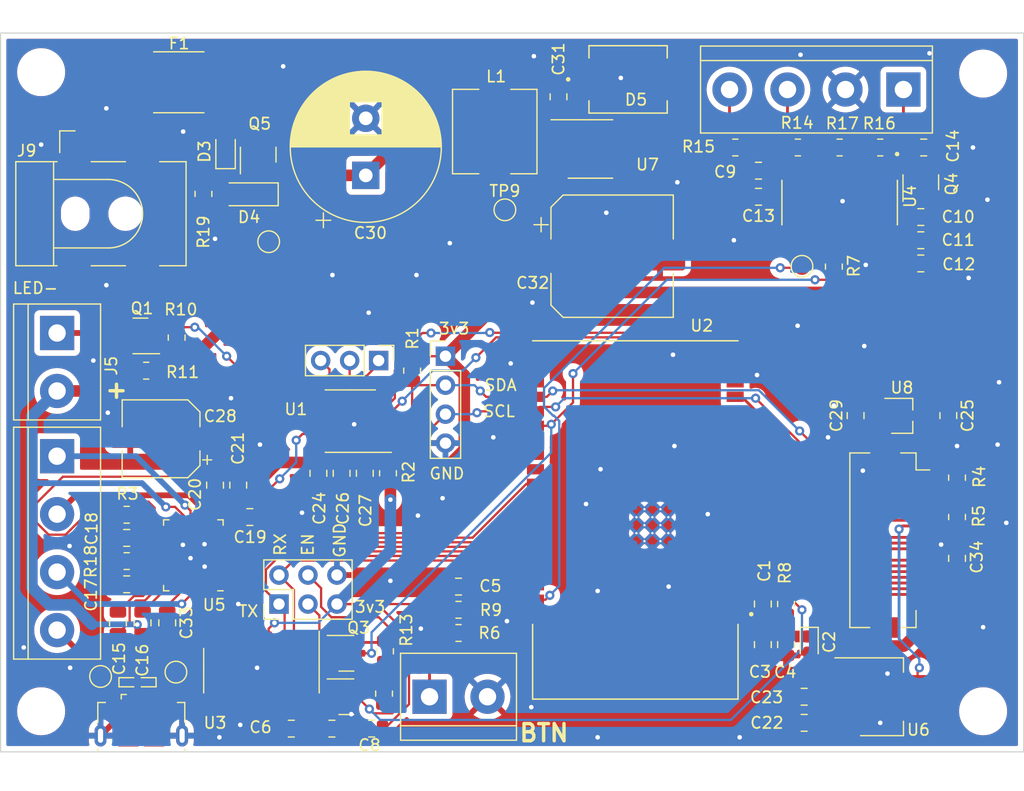
<source format=kicad_pcb>
(kicad_pcb (version 20211014) (generator pcbnew)
  (layers (0 "F.Cu" signal) (31 "B.Cu" signal) (34 "B.Paste" user) (35 "F.Paste" user) (36 "B.SilkS" user "B.Silkscreen") (37 "F.SilkS" user "F.Silkscreen") (38 "B.Mask" user) (39 "F.Mask" user) (44 "Edge.Cuts" user))
  (net 0 "")
  (net 1 "/EN")
  (net 2 "GND")
  (net 3 "+3V3")
  (net 4 "/BTN")
  (net 5 "Net-(C9-Pad1)")
  (net 6 "Net-(C9-Pad2)")
  (net 7 "Net-(C13-Pad1)")
  (net 8 "Net-(C14-Pad1)")
  (net 9 "Net-(C15-Pad1)")
  (net 10 "Net-(C15-Pad2)")
  (net 11 "Net-(C16-Pad1)")
  (net 12 "+24V")
  (net 13 "Net-(C17-Pad1)")
  (net 14 "/Stepper_driver/5VOUT")
  (net 15 "+1V2")
  (net 16 "+2V8")
  (net 17 "Net-(D1-Pad2)")
  (net 18 "Net-(D2-Pad2)")
  (net 19 "Net-(D3-Pad2)")
  (net 20 "Net-(D4-Pad2)")
  (net 21 "/I2C_SCL")
  (net 22 "/I2C_SDA")
  (net 25 "Net-(J5-Pad1)")
  (net 26 "/DBG_TX")
  (net 27 "/DBG_RX")
  (net 28 "/IO0")
  (net 29 "Net-(J7-Pad3)")
  (net 30 "Net-(J7-Pad4)")
  (net 31 "Net-(J8-Pad1)")
  (net 32 "Net-(J8-Pad2)")
  (net 33 "Net-(J8-Pad3)")
  (net 34 "Net-(J8-Pad4)")
  (net 35 "Net-(F1-Pad1)")
  (net 36 "Net-(Q1-Pad1)")
  (net 37 "Net-(Q2-Pad1)")
  (net 38 "Net-(Q2-Pad2)")
  (net 39 "Net-(Q3-Pad1)")
  (net 40 "Net-(Q3-Pad2)")
  (net 41 "/CAM_PWN")
  (net 42 "/CAM_RST")
  (net 43 "/LEDS")
  (net 44 "Net-(R16-Pad1)")
  (net 45 "Net-(D5-PadC)")
  (net 46 "/WEIGHT_CLK")
  (net 47 "/STEPPER_EN")
  (net 48 "/STEPPER_DIR")
  (net 49 "/CAM_Y7")
  (net 50 "/CAM_Y6")
  (net 51 "/CAM_Y8")
  (net 52 "/CAM_Y4")
  (net 53 "/STEPPER_SDO")
  (net 54 "/CAM_Y2")
  (net 55 "/CAM_Y5")
  (net 56 "/CAM_Y3")
  (net 57 "/STEPPER_SCK")
  (net 61 "/CAM_PCLK")
  (net 62 "/STEPPER_STEP")
  (net 64 "/STEPPER_CS")
  (net 65 "/CAM_XCLK")
  (net 66 "/CAM_VSYNC")
  (net 69 "/STEPPER_SDI")
  (net 70 "/CAM_HREF")
  (net 71 "/CAM_Y9")
  (net 82 "Net-(J10-Pad1)")
  (net 91 "Net-(J10-Pad2)")
  (net 92 "Net-(J10-Pad3)")
  (net 93 "Net-(Q4-Pad1)")
  (net 94 "Net-(R3-Pad2)")
  (net 98 "Net-(J4-Pad1)")
  (net 99 "/WEIGHT_DATA")
  (footprint "Capacitor_SMD:C_0805_2012Metric" (layer "F.Cu") (at 133.427814 123.317 180)
    (fp_text reference "C8")
    (fp_text value "10nF")
  )
  (footprint "Capacitor_SMD:C_0805_2012Metric" (layer "F.Cu") (at 130.790814 100.9415 -90)
    (fp_text reference "C26")
    (fp_text value "100nF")
  )
  (footprint "Capacitor_SMD:C_0805_2012Metric" (layer "F.Cu") (at 141.035314 110.871 180)
    (fp_text reference "C5")
    (fp_text value "100nF")
  )
  (footprint "Connector_PinHeader_2.54mm:PinHeader_1x03_P2.54mm_Vertical" (layer "F.Cu") (at 134.035314 91.059 -90)
    (fp_text reference "J10" hide)
    (fp_text value "Conn_01x03_Male")
  )
  (footprint "Capacitor_SMD:C_0805_2012Metric" (layer "F.Cu") (at 111.956314 106.604)
    (fp_text reference "C18")
    (fp_text value "4.7uF")
  )
  (footprint "TestPoint:TestPoint_Pad_D1.5mm" (layer "F.Cu") (at 171.134314 82.803426)
    (fp_text reference "TP4" hide)
    (fp_text value "W_CLK")
  )
  (footprint "Resistor_SMD:R_0805_2012Metric" (layer "F.Cu") (at 169.737314 112.395 90)
    (fp_text reference "R8")
    (fp_text value "10k")
  )
  (footprint "Capacitor_SMD:C_0805_2012Metric" (layer "F.Cu") (at 167.324314 76.707426 180)
    (fp_text reference "C13")
    (fp_text value "1uF")
  )
  (footprint "MountingHole:MountingHole_3.2mm_M3" (layer "F.Cu") (at 187.009314 65.913)
    (fp_text reference "H1" hide)
    (fp_text value "MountingHole" hide)
  )
  (footprint "TerminalBlock:TerminalBlock_bornier-4_P5.08mm" (layer "F.Cu") (at 180.024314 67.309426 180)
    (fp_text reference "J7" hide)
    (fp_text value "weight")
  )
  (footprint "Resistor_SMD:R_0805_2012Metric" (layer "F.Cu") (at 165.292314 72.389426)
    (fp_text reference "R15")
    (fp_text value "100")
  )
  (footprint "Capacitor_SMD:C_0805_2012Metric" (layer "F.Cu") (at 167.324314 74.421426 180)
    (fp_text reference "C9")
    (fp_text value "100nF")
  )
  (footprint "Resistor_SMD:R_0805_2012Metric" (layer "F.Cu") (at 136.971314 91.948 -90)
    (fp_text reference "R1")
    (fp_text value "10k")
  )
  (footprint "MountingHole:MountingHole_3.2mm_M3" (layer "F.Cu") (at 104.459314 121.793)
    (fp_text reference "H2" hide)
    (fp_text value "MountingHole" hide)
  )
  (footprint "Diode_SMD:D_SOD-923" (layer "F.Cu") (at 113.730314 119.253 180)
    (fp_text reference "D1" hide)
    (fp_text value "ESD9B5.0ST5G")
  )
  (footprint "Resistor_SMD:R_0805_2012Metric" (layer "F.Cu") (at 141.035314 112.903)
    (fp_text reference "R9")
    (fp_text value "10k")
  )
  (footprint "Package_TO_SOT_SMD:SOT-223-3_TabPin2" (layer "F.Cu") (at 178.119314 120.523)
    (fp_text reference "U6")
    (fp_text value "AMS1117-1.2")
  )
  (footprint "Resistor_SMD:R_0805_2012Metric" (layer "F.Cu") (at 134.509814 120.25025 -90)
    (fp_text reference "R12" hide)
    (fp_text value "10k")
  )
  (footprint "Connector_PinHeader_2.54mm:PinHeader_1x04_P2.54mm_Vertical" (layer "F.Cu") (at 139.892314 90.678)
    (fp_text reference "J1" hide)
    (fp_text value "i2c")
  )
  (footprint "Package_SO:SOIC-8_3.9x4.9mm_P1.27mm" (layer "F.Cu") (at 152.593314 72.517)
    (fp_text reference "U7")
    (fp_text value "xl1509-3v3")
  )
  (footprint "lib:XCVR_ESP32-WROVER-E-N4R8" (layer "F.Cu") (at 156.529314 105.029 180)
    (fp_text reference "U2")
    (fp_text value "ESP32-WROVER-E")
  )
  (footprint "Capacitor_THT:CP_Radial_D13.0mm_P5.00mm" (layer "F.Cu") (at 132.907314 74.832216 90)
    (fp_text reference "C30")
    (fp_text value "680uF/50V")
  )
  (footprint "Connector_PinHeader_2.54mm:PinHeader_2x03_P2.54mm_Vertical" (layer "F.Cu") (at 125.302314 112.4 90)
    (fp_text reference "J6" hide)
    (fp_text value "programmer")
  )
  (footprint "Connector_BarrelJack:BarrelJack_CLIFF_FC681465S_SMT_Horizontal" (layer "F.Cu") (at 110.349314 78.193)
    (fp_text reference "J9")
    (fp_text value "Barrel_Jack")
  )
  (footprint "Capacitor_SMD:CP_Elec_6.3x7.7" (layer "F.Cu") (at 114.967314 97.917 180)
    (fp_text reference "C28")
    (fp_text value "47uF")
  )
  (footprint "Capacitor_SMD:C_0805_2012Metric" (layer "F.Cu") (at 175.833314 95.885 90)
    (fp_text reference "C29")
    (fp_text value "1uF")
  )
  (footprint "Resistor_SMD:R_0805_2012Metric" (layer "F.Cu") (at 134.854814 100.9415 90)
    (fp_text reference "R2")
    (fp_text value "10k")
  )
  (footprint "Inductor_SMD:L_7.3x7.3_H3.5" (layer "F.Cu") (at 144.211314 70.993 -90)
    (fp_text reference "L1")
    (fp_text value "47uH/2A, MWSA0603S-470MT")
  )
  (footprint "Diode_SMD:D_SOD-323" (layer "F.Cu") (at 120.621314 72.744 90)
    (fp_text reference "D3")
    (fp_text value "SD24_SOD523")
  )
  (footprint "Package_SO:SOIC-16_3.9x9.9mm_P1.27mm" (layer "F.Cu") (at 123.763314 118.237 -90)
    (fp_text reference "U3")
    (fp_text value "CH340C")
  )
  (footprint "TestPoint:TestPoint_Pad_D1.5mm" (layer "F.Cu") (at 145.099314 77.851)
    (fp_text reference "TP9")
    (fp_text value "TestPoint")
  )
  (footprint "Resistor_SMD:R_0805_2012Metric" (layer "F.Cu") (at 173.928314 82.8275 90)
    (fp_text reference "R7")
    (fp_text value "0R")
  )
  (footprint "MountingHole:MountingHole_3.2mm_M3" (layer "F.Cu") (at 104.459314 65.786)
    (fp_text reference "H3" hide)
    (fp_text value "MountingHole" hide)
  )
  (footprint "Package_DFN_QFN:QFN-36-1EP_5x6mm_P0.5mm_EP3.6x4.1mm" (layer "F.Cu") (at 117.798314 108.128 180)
    (fp_text reference "U5")
    (fp_text value "TMC2130-LA")
  )
  (footprint "Resistor_SMD:R_0805_2012Metric" (layer "F.Cu") (at 111.956314 104.572)
    (fp_text reference "R3")
    (fp_text value "9k1")
  )
  (footprint "Resistor_SMD:R_0805_2012Metric" (layer "F.Cu") (at 118.683314 76.454 90)
    (fp_text reference "R19")
    (fp_text value "12k")
  )
  (footprint "Package_SO:TSSOP-16_4.4x5mm_P0.65mm" (layer "F.Cu") (at 131.552814 96.3695 180)
    (fp_text reference "U1")
    (fp_text value "PCA9557PW")
  )
  (footprint "Resistor_SMD:R_0805_2012Metric" (layer "F.Cu") (at 113.667314 91.948)
    (fp_text reference "R11")
    (fp_text value "10k")
  )
  (footprint "MountingHole:MountingHole_3.2mm_M3" (layer "F.Cu") (at 187.009314 121.793)
    (fp_text reference "H4" hide)
    (fp_text value "MountingHole" hide)
  )
  (footprint "Package_TO_SOT_SMD:SOT-23" (layer "F.Cu") (at 131.207814 120.523)
    (fp_text reference "Q2" hide)
    (fp_text value "S8050")
  )
  (footprint "Capacitor_SMD:C_0805_2012Metric" (layer "F.Cu") (at 181.548314 78.485426)
    (fp_text reference "C10")
    (fp_text value "1uF")
  )
  (footprint "lib:SOP127P600X180-16N" (layer "F.Cu") (at 174.436314 77.215426 -90)
    (fp_text reference "U4")
    (fp_text value "HX711")
  )
  (footprint "Capacitor_SMD:CP_Elec_10x10.5" (layer "F.Cu") (at 154.497314 81.915)
    (fp_text reference "C32")
    (fp_text value "330uF/35V")
  )
  (footprint "TestPoint:TestPoint_Pad_D1.5mm" (layer "F.Cu") (at 109.666314 118.745 90)
    (fp_text reference "TP11" hide)
    (fp_text value "TestPoint" hide)
  )
  (footprint "Capacitor_SMD:C_0805_2012Metric" (layer "F.Cu") (at 181.548314 80.517426)
    (fp_text reference "C11")
    (fp_text value "100nF")
  )
  (footprint "Capacitor_SMD:C_0805_2012Metric" (layer "F.Cu") (at 129.937814 123.317)
    (fp_text reference "C7" hide)
    (fp_text value "100nF")
  )
  (footprint "Capacitor_SMD:C_0805_2012Metric" (layer "F.Cu") (at 171.327314 120.523 180)
    (fp_text reference "C23")
    (fp_text value "1uF")
  )
  (footprint "Capacitor_SMD:C_0805_2012Metric" (layer "F.Cu") (at 132.822814 100.9415 -90)
    (fp_text reference "C27")
    (fp_text value "10nF")
  )
  (footprint "Capacitor_SMD:C_0805_2012Metric" (layer "F.Cu") (at 111.956314 110.668 180)
    (fp_text reference "C17")
    (fp_text value "470nF")
  )
  (footprint "Capacitor_Tantalum_SMD:CP_EIA-1608-10_AVX-L" (layer "F.Cu") (at 171.769314 115.951 -90)
    (fp_text reference "C2")
    (fp_text value "22uF")
  )
  (footprint "Capacitor_SMD:C_0805_2012Metric" (layer "F.Cu") (at 113.349314 114.046 -90)
    (fp_text reference "C16")
    (fp_text value "100nF")
  )
  (footprint "Capacitor_SMD:C_0805_2012Metric" (layer "F.Cu") (at 126.381814 123.317 180)
    (fp_text reference "C6")
    (fp_text value "1uF")
  )
  (footprint "Capacitor_SMD:C_0805_2012Metric" (layer "F.Cu") (at 128.758814 100.9415 -90)
    (fp_text reference "C24")
    (fp_text value "1uF")
  )
  (footprint "lib:DIOM6859X262N" (layer "F.Cu") (at 155.895314 66.421)
    (fp_text reference "D5")
    (fp_text value "SS33")
  )
  (footprint "Capacitor_SMD:C_0805_2012Metric" (layer "F.Cu") (at 115.508314 114.046 -90)
    (fp_text reference "C33")
    (fp_text value "100nF")
  )
  (footprint "Package_TO_SOT_SMD:SOT-23" (layer "F.Cu") (at 123.481314 73.0145 90)
    (fp_text reference "Q5")
    (fp_text value "AO3401A" hide)
  )
  (footprint "Package_TO_SOT_SMD:SOT-23" (layer "F.Cu") (at 181.548314 75.437426 90)
    (fp_text reference "Q4")
    (fp_text value "MMBT4403")
  )
  (footprint "TerminalBlock:TerminalBlock_bornier-4_P5.08mm" (layer "F.Cu") (at 105.856314 99.441 -90)
    (fp_text reference "J8" hide)
    (fp_text value "STEPPER" hide)
  )
  (footprint "TestPoint:TestPoint_Pad_D1.5mm" (layer "F.Cu") (at 116.270314 118.364 90)
    (fp_text reference "TP10" hide)
    (fp_text value "TestPoint" hide)
  )
  (footprint "Resistor_SMD:R_0805_2012Metric" (layer "F.Cu") (at 141.035314 114.935 180)
    (fp_text reference "R6")
    (fp_text value "1k")
  )
  (footprint "Capacitor_SMD:C_0805_2012Metric" (layer "F.Cu") (at 111.190314 114.046 90)
    (fp_text reference "C15")
    (fp_text value "22nF")
  )
  (footprint "Capacitor_SMD:C_0805_2012Metric" (layer "F.Cu") (at 119.699314 101.981 90)
    (fp_text reference "C20")
    (fp_text value "100nF")
  )
  (footprint "Capacitor_SMD:C_0805_2012Metric" (layer "F.Cu") (at 169.737314 115.951 -90)
    (fp_text reference "C4")
    (fp_text value "1uF")
  )
  (footprint "Package_TO_SOT_SMD:SOT-23" (layer "F.Cu") (at 131.207814 116.713)
    (fp_text reference "Q3")
    (fp_text value "S8050")
  )
  (footprint "Capacitor_SMD:C_0805_2012Metric" (layer "F.Cu") (at 171.327314 122.809 180)
    (fp_text reference "C22")
    (fp_text value "1uF")
  )
  (footprint "Resistor_SMD:R_0805_2012Metric" (layer "F.Cu") (at 134.594564 116.54375 90)
    (fp_text reference "R13")
    (fp_text value "10k")
  )
  (footprint "Fuse:Fuse_2920_7451Metric" (layer "F.Cu") (at 116.524314 66.675)
    (fp_text reference "F1")
    (fp_text value "Polyfuse 24V/4A" hide)
  )
  (footprint "Diode_SMD:D_SOD-923" (layer "F.Cu") (at 112.079314 119.253)
    (fp_text reference "D2" hide)
    (fp_text value "ESD9B5.0ST5G")
  )
  (footprint "Resistor_SMD:R_0805_2012Metric" (layer "F.Cu") (at 116.334314 89.0505 -90)
    (fp_text reference "R10")
    (fp_text value "0R")
  )
  (footprint "Resistor_SMD:R_0805_2012Metric" (layer "F.Cu") (at 174.436314 72.389426)
    (fp_text reference "R17")
    (fp_text value "100")
  )
  (footprint "Resistor_SMD:R_0805_2012Metric" (layer "F.Cu") (at 184.723314 101.3225 -90)
    (fp_text reference "R4")
    (fp_text value "10k")
  )
  (footprint "Connector_USB:USB_Micro-B_GCT_USB3076-30-A" (layer "F.Cu") (at 113.237314 122.735)
    (fp_text reference "J3" hide)
    (fp_text value "USB_B_Micro")
  )
  (footprint "Capacitor_SMD:C_0805_2012Metric" (layer "F.Cu") (at 183.961314 95.885 -90)
    (fp_text reference "C25")
    (fp_text value "1uF")
  )
  (footprint "Connector_FFC-FPC:Hirose_FH12-24S-0.5SH_1x24-1MP_P0.50mm_Horizontal" (layer "F.Cu") (at 179.831314 106.807 -90)
    (fp_text reference "J2" hide)
    (fp_text value "Conn_01x24_Male")
  )
  (footprint "Resistor_SMD:R_0805_2012Metric" (layer "F.Cu") (at 177.992314 72.389426)
    (fp_text reference "R16")
    (fp_text value "100")
  )
  (footprint "TerminalBlock:TerminalBlock_bornier-2_P5.08mm" (layer "F.Cu") (at 105.856314 88.646 -90)
    (fp_text reference "J5")
    (fp_text value "Screw_Terminal_01x02" hide)
  )
  (footprint "Capacitor_SMD:C_0805_2012Metric" (layer "F.Cu") (at 167.705314 115.951 -90)
    (fp_text reference "C3")
    (fp_text value "100nF")
  )
  (footprint "Resistor_SMD:R_0805_2012Metric" (layer "F.Cu") (at 184.723314 104.775 -90)
    (fp_text reference "R5")
    (fp_text value "10k")
  )
  (footprint "Diode_SMD:D_MiniMELF" (layer "F.Cu") (at 122.681314 76.492 180)
    (fp_text reference "D4")
    (fp_text value "D_Zener 25V" hide)
  )
  (footprint "Capacitor_SMD:C_0805_2012Metric" (layer "F.Cu") (at 121.731314 101.981 90)
    (fp_text reference "C21")
    (fp_text value "10nF")
  )
  (footprint "Capacitor_SMD:C_0805_2012Metric" (layer "F.Cu") (at 167.705314 112.395 -90)
    (fp_text reference "C1")
    (fp_text value "100nF")
  )
  (footprint "Resistor_SMD:R_0805_2012Metric" (layer "F.Cu") (at 170.776814 72.389426)
    (fp_text reference "R14")
    (fp_text value "100")
  )
  (footprint "Package_TO_SOT_SMD:SOT-23" (layer "F.Cu") (at 113.159314 88.9 180)
    (fp_text reference "Q1")
    (fp_text value "AO3400A")
  )
  (footprint "Capacitor_SMD:C_0805_2012Metric" (layer "F.Cu") (at 181.802314 72.389426)
    (fp_text reference "C14")
    (fp_text value "1uF")
  )
  (footprint "Capacitor_SMD:C_0805_2012Metric" (layer "F.Cu") (at 181.548314 82.549426)
    (fp_text reference "C12")
    (fp_text value "10nF")
  )
  (footprint "TerminalBlock:TerminalBlock_bornier-2_P5.08mm" (layer "F.Cu") (at 138.495314 120.523)
    (fp_text reference "J4" hide)
    (fp_text value "Screw_Terminal_Btn")
  )
  (footprint "Capacitor_SMD:C_0805_2012Metric" (layer "F.Cu") (at 184.723314 108.397 90)
    (fp_text reference "C34")
    (fp_text value "15pF")
  )
  (footprint "Package_TO_SOT_SMD:TSOT-23_HandSoldering" (layer "F.Cu") (at 179.897314 95.885)
    (fp_text reference "U8")
    (fp_text value "AIC1747-28")
  )
  (footprint "Resistor_SMD:R_0805_2012Metric" (layer "F.Cu") (at 111.956314 108.636)
    (fp_text reference "R18")
    (fp_text value "2R2")
  )
  (footprint "TestPoint:TestPoint_Pad_D1.5mm" (layer "F.Cu") (at 124.398314 80.645)
    (fp_text reference "TP7" hide)
    (fp_text value "24V")
  )
  (footprint "Capacitor_SMD:C_0805_2012Metric" (layer "F.Cu") (at 149.799314 67.945 90)
    (fp_text reference "C31")
    (fp_text value "100nF")
  )
  (footprint "Capacitor_SMD:C_0805_2012Metric" (layer "F.Cu") (at 122.747314 104.775)
    (fp_text reference "C19")
    (fp_text value "1uF")
  )
  (gr_line (start 100.903314 62.357) (end 190.565314 62.357) (layer "Edge.Cuts") (width 0.1))
  (gr_line (start 100.903314 125.349) (end 190.565314 125.349) (layer "Edge.Cuts") (width 0.1))
  (gr_line (start 190.565314 62.357) (end 190.565314 125.349) (layer "Edge.Cuts") (width 0.1))
  (gr_line (start 100.903314 62.357) (end 100.903314 125.349) (layer "Edge.Cuts") (width 0.1))
  (gr_text "TX" (at 122.620314 113.03) (layer "F.SilkS") (effects (font (size 1 1))))
  (gr_text "3v3" (at 140.654314 88.265) (layer "F.SilkS") (effects (font (size 1 1))))
  (gr_text "3v3" (at 133.288314 112.649) (layer "F.SilkS") (effects (font (size 1 1))))
  (gr_text "RX" (at 125.414314 107.188 90) (layer "F.SilkS") (effects (font (size 1 1))))
  (gr_text "+" (at 111.063314 93.599) (layer "F.SilkS") (effects (font (size 1.5 1.5) (thickness 0.3))))
  (gr_text "SDA" (at 144.718314 93.218) (layer "F.SilkS") (effects (font (size 1 1))))
  (gr_text "GND" (at 130.621314 106.807 90) (layer "F.SilkS") (effects (font (size 1 1))))
  (gr_text "SCL" (at 144.591314 95.504) (layer "F.SilkS") (effects (font (size 1 1))))
  (gr_text "GND" (at 140.019314 100.965) (layer "F.SilkS") (effects (font (size 1 1))))
  (gr_text "BTN" (at 148.528314 123.698) (layer "F.SilkS") (effects (font (size 1.5 1.5) (thickness 0.3))))
  (gr_text "LED-" (at 103.951314 84.709) (layer "F.SilkS") (effects (font (size 1 1))))
  (gr_text "EN" (at 127.827314 107.188 90) (layer "F.SilkS") (effects (font (size 1 1))))
  (segment (start 135.955314 115.467) (end 134.038314 113.55) (width 0.2) (layer "F.Cu") (net 1))
  (segment (start 132.145314 120.523) (end 133.224814 121.6025) (width 0.2) (layer "F.Cu") (net 1))
  (segment (start 167.742814 111.4825) (end 167.705314 111.445) (width 0.25) (layer "F.Cu") (net 1))
  (segment (start 169.737314 111.4825) (end 167.742814 111.4825) (width 0.25) (layer "F.Cu") (net 1))
  (segment (start 134.038314 113.55) (end 129.893314 113.55) (width 0.2) (layer "F.Cu") (net 1))
  (segment (start 128.992314 112.649) (end 128.992314 111.01) (width 0.2) (layer "F.Cu") (net 1))
  (segment (start 133.597564 121.97525) (end 135.224064 121.97525) (width 0.2) (layer "F.Cu") (net 1))
  (segment (start 167.705314 111.445) (end 167.009314 110.749) (width 0.25) (layer "F.Cu") (net 1))
  (segment (start 135.955314 121.244) (end 135.955314 115.467) (width 0.2) (layer "F.Cu") (net 1))
  (segment (start 135.224064 121.97525) (end 135.955314 121.244) (width 0.2) (layer "F.Cu") (net 1))
  (segment (start 167.009314 110.749) (end 165.279314 110.749) (width 0.25) (layer "F.Cu") (net 1))
  (segment (start 133.224814 121.6025) (end 133.597564 121.97525) (width 0.2) (layer "F.Cu") (net 1))
  (segment (start 129.893314 113.55) (end 128.992314 112.649) (width 0.2) (layer "F.Cu") (net 1))
  (segment (start 169.737314 111.506) (end 171.134314 112.903) (width 0.2) (layer "F.Cu") (net 1))
  (segment (start 169.737314 111.4825) (end 169.737314 111.506) (width 0.2) (layer "F.Cu") (net 1))
  (segment (start 128.992314 111.01) (end 127.842314 109.86) (width 0.2) (layer "F.Cu") (net 1))
  (via (at 171.134314 112.903) (size 0.8) (drill 0.4) (layers "F.Cu" "B.Cu") (net 1))
  (via (at 133.224814 121.6025) (size 0.8) (drill 0.4) (layers "F.Cu" "B.Cu") (net 1))
  (segment (start 134.177314 122.555) (end 164.911314 122.555) (width 0.2) (layer "B.Cu") (net 1))
  (segment (start 133.224814 121.6025) (end 134.177314 122.555) (width 0.2) (layer "B.Cu") (net 1))
  (segment (start 164.911314 122.555) (end 171.134314 116.332) (width 0.2) (layer "B.Cu") (net 1))
  (segment (start 171.134314 116.332) (end 171.134314 112.903) (width 0.2) (layer "B.Cu") (net 1))
  (segment (start 173.801314 74.545426) (end 173.801314 72.666926) (width 0.2) (layer "F.Cu") (net 2))
  (segment (start 114.362314 123.935) (end 116.812314 123.935) (width 0.508) (layer "F.Cu") (net 2))
  (segment (start 118.009314 119.253) (end 115.557314 121.705) (width 0.2) (layer "F.Cu") (net 2))
  (segment (start 112.112314 123.935) (end 109.662314 123.935) (width 0.508) (layer "F.Cu") (net 2))
  (segment (start 115.348314 108.378) (end 117.040314 108.378) (width 0.2) (layer "F.Cu") (net 2))
  (segment (start 119.548314 111.078) (end 119.548314 110.115652) (width 0.2) (layer "F.Cu") (net 2))
  (segment (start 119.048314 105.178) (end 119.048314 106.878) (width 0.2) (layer "F.Cu") (net 2))
  (segment (start 120.248314 110.378) (end 119.548314 111.078) (width 0.2) (layer "F.Cu") (net 2))
  (segment (start 110.917314 120.034) (end 110.917314 121.705) (width 0.2) (layer "F.Cu") (net 2))
  (segment (start 127.04871 117.263) (end 126.388314 117.263) (width 0.2) (layer "F.Cu") (net 2))
  (segment (start 116.881814 107.2115) (end 117.798314 108.128) (width 0.2) (layer "F.Cu") (net 2))
  (segment (start 116.073314 105.203) (end 116.073314 106.403) (width 0.2) (layer "F.Cu") (net 2))
  (segment (start 115.557314 121.705) (end 115.557314 122.74) (width 0.508) (layer "F.Cu") (net 2))
  (segment (start 116.048314 105.178) (end 116.073314 105.203) (width 0.2) (layer "F.Cu") (net 2))
  (segment (start 119.048314 106.878) (end 118.774314 107.152) (width 0.2) (layer "F.Cu") (net 2))
  (segment (start 117.548314 108.378) (end 117.798314 108.128) (width 0.2) (layer "F.Cu") (net 2))
  (segment (start 112.906314 107.087213) (end 112.906314 106.604) (width 0.2) (layer "F.Cu") (net 2))
  (segment (start 115.557314 122.74) (end 114.362314 123.935) (width 0.508) (layer "F.Cu") (net 2))
  (segment (start 124.398314 119.253) (end 118.009314 119.253) (width 0.2) (layer "F.Cu") (net 2))
  (segment (start 110.917314 121.705) (end 110.917314 122.68) (width 0.508) (layer "F.Cu") (net 2))
  (segment (start 111.698314 119.253) (end 110.917314 120.034) (width 0.2) (layer "F.Cu") (net 2))
  (segment (start 132.477814 123.317) (end 132.477814 122.8875) (width 0.2) (layer "F.Cu") (net 2))
  (segment (start 114.537314 121.285) (end 115.137314 121.285) (width 0.2) (layer "F.Cu") (net 2))
  (segment (start 126.388314 117.263) (end 124.398314 119.253) (width 0.2) (layer "F.Cu") (net 2))
  (segment (start 184.113314 108.057) (end 184.723314 107.447) (width 0.2) (layer "F.Cu") (net 2))
  (segment (start 114.197101 108.378) (end 112.906314 107.087213) (width 0.2) (layer "F.Cu") (net 2))
  (segment (start 114.537314 119.679) (end 114.537314 121.285) (width 0.2) (layer "F.Cu") (net 2))
  (segment (start 118.048314 112.456) (end 115.508314 114.996) (width 0.2) (layer "F.Cu") (net 2))
  (segment (start 110.917314 122.74) (end 112.112314 123.935) (width 0.508) (layer "F.Cu") (net 2))
  (segment (start 118.786814 109.1165) (end 117.798314 108.128) (width 0.2) (layer "F.Cu") (net 2))
  (segment (start 115.348314 108.378) (end 114.197101 108.378) (width 0.2) (layer "F.Cu") (net 2))
  (segment (start 114.111314 119.253) (end 114.537314 119.679) (width 0.2) (layer "F.Cu") (net 2))
  (segment (start 132.477814 122.8875) (end 131.637314 122.047) (width 0.2) (layer "F.Cu") (net 2))
  (segment (start 118.048314 105.178) (end 118.048314 107.878) (width 0.2) (layer "F.Cu") (net 2))
  (segment (start 181.681314 101.557) (end 177.314314 101.557) (width 0.2) (layer "F.Cu") (net 2))
  (segment (start 118.048314 107.878) (end 117.798314 108.128) (width 0.2) (layer "F.Cu") (net 2))
  (segment (start 118.048314 111.078) (end 118.048314 112.456) (width 0.2) (layer "F.Cu") (net 2))
  (segment (start 110.917314 122.68) (end 109.662314 123.935) (width 0.508) (layer "F.Cu") (net 2))
  (segment (start 118.433314 107.493) (end 117.798314 108.128) (width 0.2) (layer "F.Cu") (net 2))
  (segment (start 115.137314 121.285) (end 115.557314 121.705) (width 0.2) (layer "F.Cu") (net 2))
  (segment (start 110.917314 121.705) (end 110.917314 122.74) (width 0.508) (layer "F.Cu") (net 2))
  (segment (start 119.048314 109.378) (end 118.786814 109.1165) (width 0.2) (layer "F.Cu") (net 2))
  (segment (start 177.314314 101.557) (end 176.468314 100.711) (width 0.2) (layer "F.Cu") (net 2))
  (segment (start 118.048314 111.078) (end 118.048314 108.378) (width 0.2) (layer "F.Cu") (net 2))
  (segment (start 173.801314 72.666926) (end 173.523814 72.389426) (width 0.2) (layer "F.Cu") (net 2))
  (segment (start 119.048314 111.078) (end 119.048314 109.378) (width 0.2) (layer "F.Cu") (net 2))
  (segment (start 118.774314 107.152) (end 118.433314 107.493) (width 0.2) (layer "F.Cu") (net 2))
  (segment (start 128.208314 115.737) (end 128.208314 116.103396) (width 0.2) (layer "F.Cu") (net 2))
  (segment (start 116.073314 106.403) (end 116.881814 107.2115) (width 0.2) (layer "F.Cu") (net 2))
  (segment (start 114.362314 123.935) (end 112.112314 123.935) (width 0.508) (layer "F.Cu") (net 2))
  (segment (start 118.048314 108.378) (end 117.798314 108.128) (width 0.2) (layer "F.Cu") (net 2))
  (segment (start 181.681314 108.057) (end 184.113314 108.057) (width 0.2) (layer "F.Cu") (net 2))
  (segment (start 117.040314 108.378) (end 117.548314 108.378) (width 0.2) (layer "F.Cu") (net 2))
  (segment (start 128.208314 116.103396) (end 127.04871 117.263) (width 0.2) (layer "F.Cu") (net 2))
  (via (at 147.639314 64.389) (size 0.8) (drill 0.4) (layers "F.Cu" "B.Cu") (net 2))
  (via (at 159.958314 98.552) (size 0.8) (drill 0.4) (layers "F.Cu" "B.Cu") (net 2))
  (via (at 185.739314 83.82) (size 0.8) (drill 0.4) (layers "F.Cu" "B.Cu") (net 2))
  (via (at 102.935314 116.205) (size 0.8) (drill 0.4) (layers "F.Cu" "B.Cu") (net 2))
  (via (at 160.212314 75.438) (size 0.8) (drill 0.4) (layers "F.Cu" "B.Cu") (net 2))
  (via (at 119.699314 80.391) (size 0.8) (drill 0.4) (layers "F.Cu" "B.Cu") (net 2))
  (via (at 162.879314 104.521) (size 0.8) (drill 0.4) (layers "F.Cu" "B.Cu") (net 2))
  (via (at 137.479314 104.648) (size 0.8) (drill 0.4) (layers "F.Cu" "B.Cu") (net 2))
  (via (at 188.279314 98.425) (size 0.8) (drill 0.4) (layers "F.Cu" "B.Cu") (net 2))
  (via (at 176.722314 82.677) (size 0.8) (drill 0.4) (layers "F.Cu" "B.Cu") (net 2))
  (via (at 144.083314 97.79) (size 0.8) (drill 0.4) (layers "F.Cu" "B.Cu") (net 2))
  (via (at 121.731314 112.395) (size 0.8) (drill 0.4) (layers "F.Cu" "B.Cu") (net 2))
  (via (at 155.259314 66.294) (size 0.8) (drill 0.4) (layers "F.Cu" "B.Cu") (net 2))
  (via (at 174.690314 77.089) (size 0.8) (drill 0.4) (layers "F.Cu" "B.Cu") (net 2))
  (via (at 171.007314 64.262) (size 0.8) (drill 0.4) (layers "F.Cu" "B.Cu") (net 2))
  (via (at 140.273314 80.772) (size 0.8) (drill 0.4) (layers "F.Cu" "B.Cu") (net 2))
  (via (at 184.723314 98.552) (size 0.8) (drill 0.4) (layers "F.Cu" "B.Cu") (net 2))
  (via (at 173.420314 97.79) (size 0.8) (drill 0.4) (layers "F.Cu" "B.Cu") (net 2))
  (via (at 186.120314 72.39) (size 0.8) (drill 0.4) (layers "F.Cu" "B.Cu") (net 2))
  (via (at 153.227314 124.079) (size 0.8) (drill 0.4) (layers "F.Cu" "B.Cu") (net 2))
  (via (at 116.905314 70.993) (size 0.8) (drill 0.4) (layers "F.Cu" "B.Cu") (net 2))
  (via (at 116.881814 107.2115) (size 0.8) (drill 0.4) (layers "F.Cu" "B.Cu") (net 2))
  (via (at 131.637314 122.047) (size 0.8) (drill 0.4) (layers "F.Cu" "B.Cu") (net 2))
  (via (at 165.673314 124.079) (size 0.8) (drill 0.4) (layers "F.Cu" "B.Cu") (net 2))
  (via (at 110.301314 95.631) (size 0.8) (drill 0.4) (layers "F.Cu" "B.Cu") (net 2))
  (via (at 121.909114 122.9868) (size 0.8) (drill 0.4) (layers "F.Cu" "B.Cu") (net 2))
  (via (at 106.948514 107.315) (size 0.8) (drill 0.4) (layers "F.Cu" "B.Cu") (net 2))
  (via (at 176.595314 89.789) (size 0.8) (drill 0.4) (layers "F.Cu" "B.Cu") (net 2))
  (via (at 153.989314 78.105) (size 0.8) (drill 0.4) (layers "F.Cu" "B.Cu") (net 2))
  (via (at 165.165314 80.518) (size 0.8) (drill 0.4) (layers "F.Cu" "B.Cu") (net 2))
  (via (at 117.548314 108.378) (size 0.8) (drill 0.4) (layers "F.Cu" "B.Cu") (net 2))
  (via (at 173.928314 94.996) (size 0.8) (drill 0.4) (layers "F.Cu" "B.Cu") (net 2))
  (via (at 104.459314 72.136) (size 0.8) (drill 0.4) (layers "F.Cu" "B.Cu") (net 2))
  (via (at 133.161314 86.868) (size 0.8) (drill 0.4) (layers "F.Cu" "B.Cu") (net 2))
  (via (at 109.031314 91.059) (size 0.8) (drill 0.4) (layers "F.Cu" "B.Cu") (net 2))
  (via (at 106.999314 117.983) (size 0.8) (drill 0.4) (layers "F.Cu" "B.Cu") (net 2))
  (via (at 187.009314 114.427) (size 0.8) (drill 0.4) (layers "F.Cu" "B.Cu") (net 2))
  (via (at 129.986314 83.566) (size 0.8) (drill 0.4) (layers "F.Cu" "B.Cu") (net 2))
  (via (at 110.174314 68.961) (size 0.8) (drill 0.4) (layers "F.Cu" "B.Cu") (net 2))
  (via (at 110.174314 84.455) (size 0.8) (drill 0.4) (layers "F.Cu" "B.Cu") (net 2))
  (via (at 167.197314 92.329) (size 0.8) (drill 0.4) (layers "F.Cu" "B.Cu") (net 2))
  (via (at 170.753314 88.011) (size 0.8) (drill 0.4) (layers "F.Cu" "B.Cu") (net 2))
  (via (at 123.382314 117.983) (size 0.8) (drill 0.4) (layers "F.Cu" "B.Cu") (net 2))
  (via (at 139.638314 103.124) (size 0.8) (drill 0.4) (layers "F.Cu" "B.Cu") (net 2))
  (via (at 118.786814 109.1165) (size 0.8) (drill 0.4) (layers "F.Cu" "B.Cu") (net 2))
  (via (at 145.277114 113.8936) (size 0.8) (drill 0.4) (layers "F.Cu" "B.Cu") (net 2))
  (via (at 127.319314 104.394) (size 0.8) (drill 0.4) (layers "F.Cu" "B.Cu") (net 2))
  (via (at 145.607314 91.313) (size 0.8) (drill 0.4) (layers "F.Cu" "B.Cu") (net 2))
  (via (at 123.636314 98.425) (size 0.8) (drill 0.4) (layers "F.Cu" "B.Cu") (net 2))
  (via (at 125.668314 65.278) (size 0.8) (drill 0.4) (layers "F.Cu" "B.Cu") (net 2))
  (via (at 120.080314 124.079) (size 0.8) (drill 0.4) (layers "F.Cu" "B.Cu") (net 2))
  (via (at 147.512314 85.979) (size 0.8) (drill 0.4) (layers "F.Cu" "B.Cu") (net 2))
  (via (at 159.831314 90.551) (size 0.8) (drill 0.4) (layers "F.Cu" "B.Cu") (net 2))
  (via (at 153.227314 111.252) (size 0.8) (drill 0.4) (layers "F.Cu" "B.Cu") (net 2))
  (via (at 178.627314 118.491) (size 0.8) (drill 0.4) (layers "F.Cu" "B.Cu") (net 2))
  (via (at 152.211314 103.632) (size 0.8) (drill 0.4) (layers "F.Cu" "B.Cu") (net 2))
  (via (at 131.891314 96.647) (size 0.8) (drill 0.4) (layers "F.Cu" "B.Cu") (net 2))
  (via (at 183.326314 107.188) (size 0.8) (drill 0.4) (layers "F.Cu" "B.Cu") (net 2))
  (via (at 182.310314 64.135) (size 0.8) (drill 0.4) (layers "F.Cu" "B.Cu") (net 2))
  (via (at 153.481314 100.584) (size 0.8) (drill 0.4) (layers "F.Cu" "B.Cu") (net 2))
  (via (at 188.406314 92.964) (size 0.8) (drill 0.4) (layers "F.Cu" "B.Cu") (net 2))
  (via (at 176.468314 100.711) (size 0.8) (drill 0.4) (layers "F.Cu" "B.Cu") (net 2))
  (via (at 135.066314 110.363) (size 0.8) (drill 0.4) (layers "F.Cu" "B.Cu") (net 2))
  (via (at 137.733314 114.554) (size 0.8) (drill 0.4) (layers "F.Cu" "B.Cu") (net 2))
  (via (at 118.774314 107.152) (size 0.8) (drill 0.4) (layers "F.Cu" "B.Cu") (net 2))
  (via (at 189.041314 105.283) (size 0.8) (drill 0.4) (layers "F.Cu" "B.Cu") (net 2))
  (via (at 147.410714 121.4374) (size 0.8) (drill 0.4) (layers "F.Cu" "B.Cu") (net 2))
  (via (at 177.992314 122.809) (size 0.8) (drill 0.4) (layers "F.Cu" "B.Cu") (net 2))
  (via (at 121.096314 94.361) (size 0.8) (drill 0.4) (layers "F.Cu" "B.Cu") (net 2))
  (via (at 187.390314 76.962) (size 0.8) (drill 0.4) (layers "F.Cu" "B.Cu") (net 2))
  (via (at 137.352314 83.566) (size 0.8) (drill 0.4) (layers "F.Cu" "B.Cu") (net 2))
  (via (at 159.450314 110.871) (size 0.8) (drill 0.4) (layers "F.Cu" "B.Cu") (net 2))
  (segment (start 130.012814 124.342) (end 128.987814 123.317) (width 0.2) (layer "F.Cu") (net 3))
  (segment (start 145.099314 77.851) (end 145.099314 85.471) (width 1.016) (layer "F.Cu") (net 3))
  (segment (start 169.737314 113.3075) (end 168.699814 112.27) (width 0.25) (layer "F.Cu") (net 3))
  (segment (start 132.822814 99.9915) (end 130.790814 99.9915) (width 1.016) (layer "F.Cu") (net 3))
  (segment (start 144.211314 74.193) (end 145.252314 73.152) (width 1.016) (layer "F.Cu") (net 3))
  (segment (start 180.072131 116.078) (end 186.628314 109.521817) (width 1.016) (layer "F.Cu") (net 3))
  (segment (start 121.670314 103.505) (end 121.604314 103.439) (width 0.508) (layer "F.Cu") (net 3))
  (segment (start 144.211314 74.193) (end 144.211314 76.963) (width 1.016) (layer "F.Cu") (net 3))
  (segment (start 128.208314 120.737) (end 128.208314 122.5375) (width 0.2) (layer "F.Cu") (net 3))
  (segment (start 134.558314 123.317) (end 136.695314 121.18) (width 0.2) (layer "F.Cu") (net 3))
  (segment (start 125.231631 99.9915) (end 121.784131 103.439) (width 1.016) (layer "F.Cu") (net 3))
  (segment (start 134.377814 123.317) (end 133.352814 124.342) (width 0.2) (layer "F.Cu") (net 3))
  (segment (start 180.598314 80.517426) (end 179.513314 80.517426) (width 0.25) (layer "F.Cu") (net 3))
  (segment (start 130.790814 99.9915) (end 128.758814 99.9915) (width 1.016) (layer "F.Cu") (net 3))
  (segment (start 175.796814 115.2385) (end 176.636314 116.078) (width 1.016) (layer "F.Cu") (net 3))
  (segment (start 175.603814 115.2385) (end 175.796814 115.2385) (width 0.2) (layer "F.Cu") (net 3))
  (segment (start 150.297314 81.915) (end 149.163314 81.915) (width 1.016) (layer "F.Cu") (net 3))
  (segment (start 134.377814 123.317) (end 134.558314 123.317) (width 0.2) (layer "F.Cu") (net 3))
  (segment (start 121.797314 105.766652) (end 120.685966 106.878) (width 0.2) (layer "F.Cu") (net 3))
  (segment (start 180.598314 80.517426) (end 180.598314 78.485426) (width 0.25) (layer "F.Cu") (net 3))
  (segment (start 171.477314 122.009) (end 171.477314 119.365) (width 0.2) (layer "F.Cu") (net 3))
  (segment (start 136.695314 115.167) (end 133.928314 112.4) (width 0.2) (layer "F.Cu") (net 3))
  (segment (start 180.178065 74.545426) (end 178.881314 74.545426) (width 0.25) (layer "F.Cu") (net 3))
  (segment (start 133.928314 112.4) (end 130.382314 112.4) (width 0.2) (layer "F.Cu") (net 3))
  (segment (start 141.543314 92.329) (end 139.892314 90.678) (width 1.016) (layer "F.Cu") (net 3))
  (segment (start 183.011314 95.885) (end 183.961314 94.935) (width 0.25) (layer "F.Cu") (net 3))
  (segment (start 120.685966 106.878) (end 120.248314 106.878) (width 0.2) (layer "F.Cu") (net 3))
  (segment (start 144.211314 76.963) (end 145.099314 77.851) (width 1.016) (layer "F.Cu") (net 3))
  (segment (start 137.328814 90.678) (end 139.892314 90.678) (width 0.2) (layer "F.Cu") (net 3))
  (segment (start 141.543314 98.850345) (end 141.543314 92.329) (width 1.016) (layer "F.Cu") (net 3))
  (segment (start 172.291314 122.823) (end 172.277314 122.809) (width 0.508) (layer "F.Cu") (net 3))
  (segment (start 186.628314 96.647) (end 184.916314 94.935) (width 1.016) (layer "F.Cu") (net 3))
  (segment (start 182.498314 76.374926) (end 182.007565 76.374926) (width 0.25) (layer "F.Cu") (net 3))
  (segment (start 128.758814 98.713) (end 128.690314 98.6445) (width 1.016) (layer "F.Cu") (net 3))
  (segment (start 128.758814 99.9915) (end 128.758814 98.713) (width 1.016) (layer "F.Cu") (net 3))
  (segment (start 134.854814 101.854) (end 138.539659 101.854) (width 1.016) (layer "F.Cu") (net 3))
  (segment (start 128.208314 122.5375) (end 128.987814 123.317) (width 0.2) (layer "F.Cu") (net 3))
  (segment (start 135.066314 102.0655) (end 134.854814 101.854) (width 1.016) (layer "F.Cu") (net 3))
  (segment (start 135.066314 103.251) (end 135.066314 102.0655) (width 1.016) (layer "F.Cu") (net 3))
  (segment (start 140.122814 112.903) (end 139.619814 112.4) (width 0.2) (layer "F.Cu") (net 3))
  (segment (start 177.738314 85.09) (end 178.05774 85.09) (width 1.016) (layer "F.Cu") (net 3))
  (segment (start 121.670314 105.283) (end 121.670314 103.505) (width 0.508) (layer "F.Cu") (net 3))
  (segment (start 121.797314 104.775) (end 121.797314 105.766652) (width 0.2) (layer "F.Cu") (net 3))
  (segment (start 145.252314 73.152) (end 150.118314 73.152) (width 1.016) (layer "F.Cu") (net 3))
  (segment (start 186.628314 109.521817) (end 186.628314 103.886) (width 1.016) (layer "F.Cu") (net 3))
  (segment (start 121.784131 103.439) (end 121.604314 103.439) (width 1.016) (layer "F.Cu") (net 3))
  (segment (start 180.598314 82.549426) (end 180.598314 80.517426) (width 0.25) (layer "F.Cu") (net 3))
  (segment (start 176.636314 116.078) (end 180.072131 116.078) (width 1.016) (layer "F.Cu") (net 3))
  (segment (start 171.477314 119.365) (end 175.603814 115.2385) (width 0.2) (layer "F.Cu") (net 3))
  (segment (start 186.628314 103.886) (end 186.628314 96.647) (width 1.016) (layer "F.Cu") (net 3))
  (segment (start 119.699314 102.931) (end 121.731314 102.931) (width 0.2) (layer "F.Cu") (net 3))
  (segment (start 174.969314 122.823) (end 172.291314 122.823) (width 0.508) (layer "F.Cu") (net 3))
  (segment (start 134.685314 101.854) (end 134.854814 101.854) (width 0.2) (layer "F.Cu") (net 3))
  (segment (start 169.737314 115.001) (end 167.705314 115.001) (width 1.016) (layer "F.Cu") (net 3))
  (segment (start 165.530314 112.27) (end 165.279314 112.019) (width 0.25) (layer "F.Cu") (net 3))
  (segment (start 145.099314 85.471) (end 139.892314 90.678) (width 1.016) (layer "F.Cu") (net 3))
  (segment (start 178.05774 85.09) (end 180.598314 82.549426) (width 1.016) (layer "F.Cu") (net 3))
  (segment (start 128.758814 99.9915) (end 128.758814 98.2525) (width 1.016) (layer "F.Cu") (net 3))
  (segment (start 128.758814 99.9915) (end 125.231631 99.9915) (width 1.016) (layer "F.Cu") (net 3))
  (segment (start 149.163314 81.915) (end 145.099314 77.851) (width 1.016) (layer "F.Cu") (net 3))
  (segment (start 169.737314 115.001) (end 169.737314 113.3075) (width 1.016) (layer "F.Cu") (net 3))
  (segment (start 184.916314 94.935) (end 183.961314 94.935) (width 1.016) (layer "F.Cu") (net 3))
  (segment (start 138.539659 101.854) (end 141.543314 98.850345) (width 1.016) (layer "F.Cu") (net 3))
  (segment (start 182.007565 76.374926) (end 180.178065 74.545426) (width 0.25) (layer "F.Cu") (net 3))
  (segment (start 177.738314 85.09) (end 183.961314 91.313) (width 1.016) (layer "F.Cu") (net 3))
  (segment (start 186.628314 104.902) (end 186.628314 103.886) (width 1.016) (layer "F.Cu") (net 3))
  (segment (start 180.598314 78.274926) (end 182.498314 76.374926) (width 0.25) (layer "F.Cu") (net 3))
  (segment (start 183.961314 91.313) (end 183.961314 94.935) (width 1.016) (layer "F.Cu") (net 3))
  (segment (start 172.277314 122.809) (end 171.477314 122.009) (width 0.2) (layer "F.Cu") (net 3))
  (segment (start 169.974814 115.2385) (end 169.737314 115.001) (width 1.016) (layer "F.Cu") (net 3))
  (segment (start 168.699814 112.27) (end 165.530314 112.27) (width 0.25) (layer "F.Cu") (net 3))
  (segment (start 181.681314 106.057) (end 184.353814 106.057) (width 0.25) (layer "F.Cu") (net 3))
  (segment (start 153.472314 85.09) (end 177.738314 85.09) (width 1.016) (layer "F.Cu") (net 3))
  (segment (start 127.331814 123.317) (end 128.987814 123.317) (width 0.25) (layer "F.Cu") (net 3))
  (segment (start 128.758814 98.2525) (end 128.690314 98.2525) (width 1.016) (layer "F.Cu") (net 3))
  (segment (start 133.352814 124.342) (end 130.012814 124.342) (width 0.2) (layer "F.Cu") (net 3))
  (segment (start 139.619814 112.4) (end 130.382314 112.4) (width 0.2) (layer "F.Cu") (net 3))
  (segment (start 180.598314 78.485426) (end 180.598314 78.274926) (width 0.25) (layer "F.Cu") (net 3))
  (segment (start 132.822814 99.9915) (end 134.685314 101.854) (width 0.2) (layer "F.Cu") (net 3))
  (segment (start 124.398314 115.737) (end 124.398314 114.554) (width 0.2) (layer "F.Cu") (net 3))
  (segment (start 150.297314 81.915) (end 153.472314 85.09) (width 1.016) (layer "F.Cu") (net 3))
  (segment (start 179.513314 80.517426) (end 178.881314 79.885426) (width 0.25) (layer "F.Cu") (net 3))
  (segment (start 171.769314 115.2385) (end 175.796814 115.2385) (width 1.016) (layer "F.Cu") (net 3))
  (segment (start 185.842814 105.6875) (end 186.628314 104.902) (width 1.016) (layer "F.Cu") (net 3))
  (segment (start 171.769314 115.2385) (end 169.974814 115.2385) (width 1.016) (layer "F.Cu") (net 3))
  (segment (start 136.695314 121.18) (end 136.695314 115.167) (width 0.2) (layer "F.Cu") (net 3))
  (segment (start 184.353814 106.057) (end 184.723314 105.6875) (width 0.25) (layer "F.Cu") (net 3))
  (segment (start 184.723314 105.6875) (end 185.842814 105.6875) (width 1.016) (layer "F.Cu") (net 3))
  (segment (start 124.398314 114.554) (end 124.906314 114.046) (width 0.2) (layer "F.Cu") (net 3))
  (segment (start 136.971314 91.0355) (end 137.328814 90.678) (width 0.2) (layer "F.Cu") (net 3))
  (segment (start 181.607314 95.885) (end 183.011314 95.885) (width 0.25) (layer "F.Cu") (net 3))
  (via (at 135.066314 103.251) (size 0.8) (drill 0.4) (layers "F.Cu" "B.Cu") (net 3))
  (via (at 124.906314 114.046) (size 0.8) (drill 0.4) (layers "F.Cu" "B.Cu") (net 3))
  (segment (start 128.736314 114.046) (end 130.382314 112.4) (width 0.2) (layer "B.Cu") (net 3))
  (segment (start 135.066314 107.716) (end 135.066314 103.251) (width 1.016) (layer "B.Cu") (net 3))
  (segment (start 124.906314 114.046) (end 128.736314 114.046) (width 0.2) (layer "B.Cu") (net 3))
  (segment (start 130.382314 112.4) (end 135.066314 107.716) (width 1.016) (layer "B.Cu") (net 3))
  (segment (start 142.107314 110.749) (end 141.985314 110.871) (width 0.2) (layer "F.Cu") (net 4))
  (segment (start 141.985314 112.8655) (end 141.947814 112.903) (width 0.2) (layer "F.Cu") (net 4))
  (segment (start 147.779314 110.749) (end 142.107314 110.749) (width 0.2) (layer "F.Cu") (net 4))
  (segment (start 141.985314 110.871) (end 141.985314 112.8655) (width 0.2) (layer "F.Cu") (net 4))
  (segment (start 141.947814 112.903) (end 141.947814 114.935) (width 0.2) (layer "F.Cu") (net 4))
  (segment (start 171.261314 74.795852) (end 170.39674 75.660426) (width 0.25) (layer "F.Cu") (net 5))
  (segment (start 171.261314 72.817426) (end 171.689314 72.389426) (width 0.25) (layer "F.Cu") (net 5))
  (segment (start 171.261314 74.545426) (end 171.261314 72.817426) (width 0.25) (layer "F.Cu") (net 5))
  (segment (start 170.39674 75.660426) (end 169.513314 75.660426) (width 0.25) (layer "F.Cu") (net 5))
  (segment (start 171.261314 74.545426) (end 171.261314 74.795852) (width 0.25) (layer "F.Cu") (net 5))
  (segment (start 169.513314 75.660426) (end 168.274314 74.421426) (width 0.25) (layer "F.Cu") (net 5))
  (segment (start 167.835314 72.389426) (end 166.204814 72.389426) (width 0.25) (layer "F.Cu") (net 6))
  (segment (start 166.374314 72.558926) (end 166.204814 72.389426) (width 0.25) (layer "F.Cu") (net 6))
  (segment (start 169.991314 74.545426) (end 167.835314 72.389426) (width 0.25) (layer "F.Cu") (net 6))
  (segment (start 166.374314 74.421426) (end 166.374314 72.558926) (width 0.25) (layer "F.Cu") (net 6))
  (segment (start 168.274314 76.707426) (end 170.61974 76.707426) (width 0.25) (layer "F.Cu") (net 7))
  (segment (start 170.61974 76.707426) (end 172.531314 74.795852) (width 0.25) (layer "F.Cu") (net 7))
  (segment (start 172.531314 74.795852) (end 172.531314 74.545426) (width 0.25) (layer "F.Cu") (net 7))
  (segment (start 180.024314 71.119426) (end 180.024314 67.309426) (width 0.25) (layer "F.Cu") (net 8))
  (segment (start 181.015314 74.499926) (end 178.904814 72.389426) (width 0.25) (layer "F.Cu") (net 8))
  (segment (start 180.852314 72.389426) (end 180.852314 71.947426) (width 0.25) (layer "F.Cu") (net 8))
  (segment (start 176.341314 74.545426) (end 176.341314 74.295) (width 0.25) (layer "F.Cu") (net 8))
  (segment (start 180.852314 71.947426) (end 180.024314 71.119426) (width 0.25) (layer "F.Cu") (net 8))
  (segment (start 181.548314 74.499926) (end 181.015314 74.499926) (width 0.25) (layer "F.Cu") (net 8))
  (segment (start 177.205888 73.430426) (end 177.863814 73.430426) (width 0.25) (layer "F.Cu") (net 8))
  (segment (start 177.863814 73.430426) (end 178.904814 72.389426) (width 0.25) (layer "F.Cu") (net 8))
  (segment (start 176.341314 74.295) (end 177.205888 73.430426) (width 0.25) (layer "F.Cu") (net 8))
  (segment (start 178.904814 72.389426) (end 180.024314 71.269926) (width 0.25) (layer "F.Cu") (net 8))
  (segment (start 180.024314 71.269926) (end 180.024314 71.119426) (width 0.25) (layer "F.Cu") (net 8))
  (segment (start 114.106314 110.998) (end 114.801314 110.303) (width 0.2) (layer "F.Cu") (net 9))
  (segment (start 114.106314 111.536503) (end 114.106314 110.998) (width 0.2) (layer "F.Cu") (net 9))
  (segment (start 112.215314 112.64) (end 112.762314 112.093) (width 0.2) (layer "F.Cu") (net 9))
  (segment (start 115.273314 110.303) (end 115.348314 110.378) (width 0.2) (layer "F.Cu") (net 9))
  (segment (start 112.215314 113.971) (end 112.215314 112.64) (width 0.2) (layer "F.Cu") (net 9))
  (segment (start 112.762314 112.093) (end 113.549817 112.093) (width 0.2) (layer "F.Cu") (net 9))
  (segment (start 113.549817 112.093) (end 114.106314 111.536503) (width 0.2) (layer "F.Cu") (net 9))
  (segment (start 111.190314 114.996) (end 112.215314 113.971) (width 0.2) (layer "F.Cu") (net 9))
  (segment (start 114.801314 110.303) (end 115.273314 110.303) (width 0.2) (layer "F.Cu") (net 9))
  (segment (start 115.348314 109.878) (end 114.342314 109.878) (width 0.2) (layer "F.Cu") (net 10))
  (segment (start 113.706314 111.370817) (end 113.384131 111.693) (width 0.2) (layer "F.Cu") (net 10))
  (segment (start 114.342314 109.878) (end 113.706314 110.514) (width 0.2) (layer "F.Cu") (net 10))
  (segment (start 112.593314 111.693) (end 111.190314 113.096) (width 0.2) (layer "F.Cu") (net 10))
  (segment (start 113.706314 110.514) (end 113.706314 111.370817) (width 0.2) (layer "F.Cu") (net 10))
  (segment (start 113.384131 111.693) (end 112.593314 111.693) (width 0.2) (layer "F.Cu") (net 10))
  (segment (start 115.367314 111.078) (end 116.048314 111.078) (width 0.2) (layer "F.Cu") (net 11))
  (segment (start 113.349314 113.096) (end 115.367314 111.078) (width 0.2) (layer "F.Cu") (net 11))
  (segment (start 112.881014 114.5277) (end 113.349314 114.996) (width 0.508) (layer "F.Cu") (net 12))
  (segment (start 117.667314 97.917) (end 117.667314 90.927817) (width 1.016) (layer "F.Cu") (net 12))
  (segment (start 124.398314 84.196817) (end 114.869131 93.726) (width 1.016) (layer "F.Cu") (net 12))
  (segment (start 117.048314 104.740348) (end 117.048314 105.178) (width 0.2) (layer "F.Cu") (net 12))
  (segment (start 112.881014 114.1955) (end 112.881014 114.5277) (width 0.508) (layer "F.Cu") (net 12))
  (segment (start 150.118314 69.214) (end 149.799314 68.895) (width 1.016) (layer "F.Cu") (net 12))
  (segment (start 116.548314 111.515652) (end 116.548314 111.078) (width 0.2) (layer "F.Cu") (net 12))
  (segment (start 116.193966 103.886) (end 117.048314 104.740348) (width 0.2) (layer "F.Cu") (net 12))
  (segment (start 150.118314 70.612) (end 150.118314 69.214) (width 1.016) (layer "F.Cu") (net 12))
  (segment (start 132.907314 74.832216) (end 141.40453 66.335) (width 1.016) (layer "F.Cu") (net 12))
  (segment (start 124.398314 80.645) (end 124.398314 84.196817) (width 1.016) (layer "F.Cu") (net 12))
  (segment (start 117.048314 111.078) (end 116.548314 111.078) (width 0.2) (layer "F.Cu") (net 12))
  (segment (start 132.907314 74.832216) (end 125.31153 74.832216) (width 1.016) (layer "F.Cu") (net 12))
  (segment (start 124.398314 76.525) (end 124.431314 76.492) (width 1.016) (layer "F.Cu") (net 12))
  (segment (start 115.508314 112.555652) (end 116.548314 111.515652) (width 0.2) (layer "F.Cu") (net 12))
  (segment (start 125.31153 74.832216) (end 124.431314 73.952) (width 1.016) (layer "F.Cu") (net 12))
  (segment (start 113.349314 114.996) (end 113.608314 114.996) (width 0.2) (layer "F.Cu") (net 12))
  (segment (start 113.608314 114.996) (end 115.508314 113.096) (width 0.2) (layer "F.Cu") (net 12))
  (segment (start 149.619497 68.895) (end 149.799314 68.895) (width 1.016) (layer "F.Cu") (net 12))
  (segment (start 115.381314 103.886) (end 116.193966 103.886) (width 0.2) (layer "F.Cu") (net 12))
  (segment (start 114.869131 93.726) (end 105.856314 93.726) (width 1.016) (layer "F.Cu") (net 12))
  (segment (start 115.508314 113.096) (end 115.508314 112.555652) (width 0.2) (layer "F.Cu") (net 12))
  (segment (start 141.40453 66.335) (end 147.059497 66.335) (width 1.016) (layer "F.Cu") (net 12))
  (segment (start 124.431314 76.492) (end 124.431314 73.952) (width 1.016) (layer "F.Cu") (net 12))
  (segment (start 124.398314 80.645) (end 124.398314 76.525) (width 1.016) (layer "F.Cu") (net 12))
  (segment (start 117.667314 90.927817) (end 124.398314 84.196817) (width 1.016) (layer "F.Cu") (net 12))
  (segment (start 147.059497 66.335) (end 149.619497 68.895) (width 1.016) (layer "F.Cu") (net 12))
  (via (at 115.381314 103.886) (size 0.8) (drill 0.4) (layers "F.Cu" "B.Cu") (net 12))
  (via (at 112.881014 114.1955) (size 0.8) (drill 0.4) (layers "F.Cu" "B.Cu") (net 12))
  (segment (start 107.204314 112.473) (end 108.904314 114.173) (width 1.016) (layer "B.Cu") (net 12))
  (segment (start 103.648314 95.934) (end 103.648314 101.805) (width 1.016) (layer "B.Cu") (net 12))
  (segment (start 113.300314 101.805) (end 115.381314 103.886) (width 0.508) (layer "B.Cu") (net 12))
  (segment (start 105.172314 112.473) (end 107.204314 112.473) (width 1.016) (layer "B.Cu") (net 12))
  (segment (start 103.648314 101.805) (end 103.648314 110.949) (width 1.016) (layer "B.Cu") (net 12))
  (segment (start 112.858514 114.173) (end 112.881014 114.1955) (width 0.508) (layer "B.Cu") (net 12))
  (segment (start 103.648314 110.949) (end 105.172314 112.473) (width 1.016) (layer "B.Cu") (net 12))
  (segment (start 103.648314 101.805) (end 113.300314 101.805) (width 0.508) (layer "B.Cu") (net 12))
  (segment (start 105.856314 93.726) (end 103.648314 95.934) (width 1.016) (layer "B.Cu") (net 12))
  (segment (start 108.904314 114.173) (end 112.858514 114.173) (width 0.508) (layer "B.Cu") (net 12))
  (segment (start 114.196314 109.378) (end 115.348314 109.378) (width 0.2) (layer "F.Cu") (net 13))
  (segment (start 112.906314 110.668) (end 114.196314 109.378) (width 0.2) (layer "F.Cu") (net 13))
  (segment (start 111.043814 108.636) (end 111.043814 108.8055) (width 0.2) (layer "F.Cu") (net 13))
  (segment (start 111.043814 108.8055) (end 112.906314 110.668) (width 0.2) (layer "F.Cu") (net 13))
  (segment (start 112.868814 108.636) (end 113.110814 108.878) (width 0.2) (layer "F.Cu") (net 14))
  (segment (start 113.110814 108.878) (end 115.348314 108.878) (width 0.2) (layer "F.Cu") (net 14))
  (segment (start 111.043814 104.572) (end 111.043814 106.5665) (width 0.2) (layer "F.Cu") (net 14))
  (segment (start 111.043814 106.5665) (end 111.006314 106.604) (width 0.2) (layer "F.Cu") (net 14))
  (segment (start 111.006314 106.604) (end 111.006314 106.7735) (width 0.2) (layer "F.Cu") (net 14))
  (segment (start 111.006314 106.7735) (end 112.868814 108.636) (width 0.2) (layer "F.Cu") (net 14))
  (segment (start 179.643314 105.8325) (end 179.918814 105.557) (width 0.25) (layer "F.Cu") (net 15))
  (segment (start 174.969314 120.523) (end 181.269314 120.523) (width 0.508) (layer "F.Cu") (net 15))
  (segment (start 179.918814 105.557) (end 181.681314 105.557) (width 0.25) (layer "F.Cu") (net 15))
  (segment (start 172.277314 120.523) (end 174.969314 120.523) (width 0.25) (layer "F.Cu") (net 15))
  (segment (start 181.421314 117.983) (end 181.269314 118.135) (width 0.2) (layer "F.Cu") (net 15))
  (segment (start 181.269314 118.135) (end 181.269314 120.523) (width 0.2) (layer "F.Cu") (net 15))
  (via (at 181.421314 117.983) (size 0.8) (drill 0.4) (layers "F.Cu" "B.Cu") (net 15))
  (via (at 179.643314 105.8325) (size 0.8) (drill 0.4) (layers "F.Cu" "B.Cu") (net 15))
  (segment (start 181.421314 117.221) (end 181.421314 117.983) (width 0.2) (layer "B.Cu") (net 15))
  (segment (start 179.643314 115.443) (end 179.643314 105.8325) (width 0.25) (layer "B.Cu") (net 15))
  (segment (start 179.643314 115.443) (end 181.421314 117.221) (width 0.2) (layer "B.Cu") (net 15))
  (segment (start 182.656314 102.363) (end 182.462314 102.557) (width 0.25) (layer "F.Cu") (net 16))
  (segment (start 182.462314 102.557) (end 181.681314 102.557) (width 0.25) (layer "F.Cu") (net 16))
  (segment (start 179.323314 96.835) (end 182.656314 100.168) (width 0.25) (layer "F.Cu") (net 16))
  (segment (start 175.833314 96.835) (end 178.187314 96.835) (width 0.25) (layer "F.Cu") (net 16))
  (segment (start 178.187314 96.835) (end 179.323314 96.835) (width 0.25) (layer "F.Cu") (net 16))
  (segment (start 182.656314 100.168) (end 182.656314 102.363) (width 0.25) (layer "F.Cu") (net 16))
  (segment (start 116.085314 117.925) (end 121.30671 117.925) (width 0.2) (layer "F.Cu") (net 17))
  (segment (start 123.128314 116.103396) (end 123.128314 115.737) (width 0.2) (layer "F.Cu") (net 17))
  (segment (start 113.380314 119.253) (end 113.380314 118.907) (width 0.127) (layer "F.Cu") (net 17))
  (segment (start 114.362314 117.925) (end 116.085314 117.925) (width 0.127) (layer "F.Cu") (net 17))
  (segment (start 121.30671 117.925) (end 123.128314 116.103396) (width 0.2) (layer "F.Cu") (net 17))
  (segment (start 113.237314 119.396) (end 113.380314 119.253) (width 0.25) (layer "F.Cu") (net 17))
  (segment (start 113.380314 118.907) (end 114.362314 117.925) (width 0.127) (layer "F.Cu") (net 17))
  (segment (start 113.237314 121.285) (end 113.237314 119.396) (width 0.25) (layer "F.Cu") (net 17))
  (segment (start 110.543314 118.122) (end 109.793314 118.872) (width 0.25) (layer "F.Cu") (net 18))
  (segment (start 111.898314 118.122) (end 110.543314 118.122) (width 0.25) (layer "F.Cu") (net 18))
  (segment (start 113.603314 117.221) (end 112.429314 118.395) (width 0.2) (layer "F.Cu") (net 18))
  (segment (start 112.587314 121.285) (end 112.587314 119.411) (width 0.25) (layer "F.Cu") (net 18))
  (segment (start 112.429314 118.653) (end 111.898314 118.122) (width 0.25) (layer "F.Cu") (net 18))
  (segment (start 112.429314 118.395) (end 112.429314 119.253) (width 0.2) (layer "F.Cu") (net 18))
  (segment (start 120.74071 117.221) (end 113.603314 117.221) (width 0.2) (layer "F.Cu") (net 18))
  (segment (start 112.587314 119.411) (end 112.429314 119.253) (width 0.25) (layer "F.Cu") (net 18))
  (segment (start 112.429314 119.253) (end 112.429314 118.653) (width 0.25) (layer "F.Cu") (net 18))
  (segment (start 121.858314 115.737) (end 121.858314 116.103396) (width 0.2) (layer "F.Cu") (net 18))
  (segment (start 121.858314 116.103396) (end 120.74071 117.221) (width 0.2) (layer "F.Cu") (net 18))
  (segment (start 120.621314 72.044) (end 123.448314 72.044) (width 0.508) (layer "F.Cu") (net 19))
  (segment (start 123.448314 72.044) (end 123.481314 72.077) (width 0.508) (layer "F.Cu") (net 19))
  (segment (start 119.911814 68.5075) (end 123.481314 72.077) (width 1.016) (layer "F.Cu") (net 19))
  (segment (start 119.911814 66.675) (end 119.911814 68.5075) (width 1.016) (layer "F.Cu") (net 19))
  (segment (start 119.557814 76.492) (end 118.683314 77.3665) (width 0.127) (layer "F.Cu") (net 20))
  (segment (start 122.531314 74.892) (end 120.931314 76.492) (width 0.508) (layer "F.Cu") (net 20))
  (segment (start 120.931314 76.492) (end 119.557814 76.492) (width 0.127) (layer "F.Cu") (net 20))
  (segment (start 122.531314 73.952) (end 122.531314 74.892) (width 0.508) (layer "F.Cu") (net 20))
  (segment (start 134.854814 99.084) (end 134.415314 98.6445) (width 0.2) (layer "F.Cu") (net 21))
  (segment (start 181.681314 103.057) (end 175.766314 103.057) (width 0.2) (layer "F.Cu") (net 21))
  (segment (start 134.854814 100.029) (end 134.854814 99.084) (width 0.2) (layer "F.Cu") (net 21))
  (segment (start 147.779314 95.509) (end 142.772814 95.509) (width 0.2) (layer "F.Cu") (net 21))
  (segment (start 149.544314 95.123) (end 148.165314 95.123) (width 0.2) (layer "F.Cu") (net 21))
  (segment (start 148.165314 95.123) (end 147.779314 95.509) (width 0.2) (layer "F.Cu") (net 21))
  (segment (start 142.772814 95.509) (end 142.650814 95.631) (width 0.2) (layer "F.Cu") (net 21))
  (segment (start 175.766314 103.057) (end 167.070314 94.361) (width 0.2) (layer "F.Cu") (net 21))
  (segment (start 137.005814 98.6445) (end 134.415314 98.6445) (width 0.2) (layer "F.Cu") (net 21))
  (segment (start 139.892314 95.758) (end 137.005814 98.6445) (width 0.2) (layer "F.Cu") (net 21))
  (via (at 149.544314 95.123) (size 0.8) (drill 0.4) (layers "F.Cu" "B.Cu") (net 21))
  (via (at 167.070314 94.361) (size 0.8) (drill 0.4) (layers "F.Cu" "B.Cu") (net 21))
  (via (at 142.650814 95.631) (size 0.8) (drill 0.4) (layers "F.Cu" "B.Cu") (net 21))
  (segment (start 167.070314 94.361) (end 150.306314 94.361) (width 0.2) (layer "B.Cu") (net 21))
  (segment (start 150.306314 94.361) (end 149.544314 95.123) (width 0.2) (layer "B.Cu") (net 21))
  (segment (start 142.650814 95.631) (end 142.523814 95.758) (width 0.2) (layer "B.Cu") (net 21))
  (segment (start 142.523814 95.758) (end 139.892314 95.758) (width 0.2) (layer "B.Cu") (net 21))
  (segment (start 147.779314 94.239) (end 148.777314 94.239) (width 0.2) (layer "F.Cu") (net 22))
  (segment (start 175.755558 102.057) (end 181.681314 102.057) (width 0.2) (layer "F.Cu") (net 22))
  (segment (start 135.068499 97.9945) (end 134.415314 97.9945) (width 0.2) (layer "F.Cu") (net 22))
  (segment (start 136.971314 92.8605) (end 136.971314 96.091685) (width 0.2) (layer "F.Cu") (net 22))
  (segment (start 170.930436 97.231878) (end 175.755558 102.057) (width 0.2) (layer "F.Cu") (net 22))
  (segment (start 137.328814 93.218) (end 136.971314 92.8605) (width 0.2) (layer "F.Cu") (net 22))
  (segment (start 136.971314 96.091685) (end 135.068499 97.9945) (width 0.2) (layer "F.Cu") (net 22))
  (segment (start 139.892314 93.218) (end 137.328814 93.218) (width 0.2) (layer "F.Cu") (net 22))
  (segment (start 148.777314 94.239) (end 149.290314 93.726) (width 0.2) (layer "F.Cu") (net 22))
  (segment (start 143.453314 94.239) (end 142.940314 93.726) (width 0.2) (layer "F.Cu") (net 22))
  (segment (start 147.779314 94.239) (end 143.453314 94.239) (width 0.2) (layer "F.Cu") (net 22))
  (via (at 142.940314 93.726) (size 0.8) (drill 0.4) (layers "F.Cu" "B.Cu") (net 22))
  (via (at 170.930436 97.231878) (size 0.8) (drill 0.4) (layers "F.Cu" "B.Cu") (net 22))
  (via (at 149.290314 93.726) (size 0.8) (drill 0.4) (layers "F.Cu" "B.Cu") (net 22))
  (segment (start 149.355314 93.661) (end 167.359558 93.661) (width 0.2) (layer "B.Cu") (net 22))
  (segment (start 142.940314 93.726) (end 142.432314 93.218) (width 0.2) (layer "B.Cu") (net 22))
  (segment (start 167.359558 93.661) (end 170.930436 97.231878) (width 0.2) (layer "B.Cu") (net 22))
  (segment (start 142.432314 93.218) (end 139.892314 93.218) (width 0.2) (layer "B.Cu") (net 22))
  (segment (start 149.290314 93.726) (end 149.355314 93.661) (width 0.2) (layer "B.Cu") (net 22))
  (segment (start 105.856314 88.646) (end 111.967814 88.646) (width 0.508) (layer "F.Cu") (net 25))
  (segment (start 111.967814 88.646) (end 112.221814 88.9) (width 0.508) (layer "F.Cu") (net 25))
  (segment (start 124.152314 109.383654) (end 124.152314 111.25) (width 0.2) (layer "F.Cu") (net 26))
  (segment (start 125.795314 115.61) (end 125.795314 112.893) (width 0.2) (layer "F.Cu") (net 26))
  (segment (start 147.779314 108.209) (end 147.755314 108.185) (width 0.2) (layer "F.Cu") (net 26))
  (segment (start 124.152314 111.25) (end 125.302314 112.4) (width 0.2) (layer "F.Cu") (net 26))
  (segment (start 147.755314 108.185) (end 125.350968 108.185) (width 0.2) (layer "F.Cu") (net 26))
  (segment (start 125.350968 108.185) (end 124.152314 109.383654) (width 0.2) (layer "F.Cu") (net 26))
  (segment (start 125.795314 112.893) (end 125.302314 112.4) (width 0.2) (layer "F.Cu") (net 26))
  (segment (start 125.668314 115.737) (end 125.795314 115.61) (width 0.2) (layer "F.Cu") (net 26))
  (segment (start 126.611947 115.410633) (end 126.611947 111.169633) (width 0.2) (layer "F.Cu") (net 27))
  (segment (start 126.938314 115.737) (end 126.611947 115.410633) (width 0.2) (layer "F.Cu") (net 27))
  (segment (start 126.611947 111.169633) (end 125.302314 109.86) (width 0.2) (layer "F.Cu") (net 27))
  (segment (start 144.342314 109.479) (end 147.779314 109.479) (width 0.2) (layer "F.Cu") (net 27))
  (segment (start 126.577314 108.585) (end 143.448314 108.585) (width 0.2) (layer "F.Cu") (net 27))
  (segment (start 143.448314 108.585) (end 144.342314 109.479) (width 0.2) (layer "F.Cu") (net 27))
  (segment (start 125.302314 109.86) (end 126.577314 108.585) (width 0.2) (layer "F.Cu") (net 27))
  (segment (start 151.068314 92.202) (end 151.068314 94.742) (width 0.2) (layer "F.Cu") (net 28))
  (segment (start 173.685814 83.9825) (end 173.928314 83.74) (width 0.2) (layer "F.Cu") (net 28))
  (segment (start 132.145314 116.713) (end 129.846418 116.713) (width 0.2) (layer "F.Cu") (net 28))
  (segment (start 147.779314 96.779) (end 149.031314 96.779) (width 0.2) (layer "F.Cu") (net 28))
  (segment (start 129.846418 116.713) (end 128.843314 115.709896) (width 0.2) (layer "F.Cu") (net 28))
  (segment (start 149.031314 96.779) (end 149.163314 96.647) (width 0.2) (layer "F.Cu") (net 28))
  (segment (start 128.843314 115.709896) (end 128.843314 113.401) (width 0.2) (layer "F.Cu") (net 28))
  (segment (start 172.277314 83.9825) (end 173.685814 83.9825) (width 0.2) (layer "F.Cu") (net 28))
  (segment (start 151.068314 94.742) (end 149.163314 96.647) (width 0.2) (layer "F.Cu") (net 28))
  (segment (start 128.843314 113.401) (end 127.842314 112.4) (width 0.2) (layer "F.Cu") (net 28))
  (segment (start 132.145314 116.713) (end 133.415314 116.713) (width 0.2) (layer "F.Cu") (net 28))
  (via (at 133.415314 116.713) (size 0.8) (drill 0.4) (layers "F.Cu" "B.Cu") (net 28))
  (via (at 172.277314 83.9825) (size 0.8) (drill 0.4) (layers "F.Cu" "B.Cu") (net 28))
  (via (at 151.068314 92.202) (size 0.8) (drill 0.4) (layers "F.Cu" "B.Cu") (net 28))
  (via (at 149.163314 96.647) (size 0.8) (drill 0.4) (layers "F.Cu" "B.Cu") (net 28))
  (segment (start 133.415314 114.87655) (end 149.163314 99.12855) (width 0.2) (layer "B.Cu") (net 28))
  (segment (start 159.287814 83.9825) (end 151.068314 92.202) (width 0.2) (layer "B.Cu") (net 28))
  (segment (start 172.277314 83.9825) (end 159.287814 83.9825) (width 0.2) (layer "B.Cu") (net 28))
  (segment (start 133.415314 116.713) (end 133.415314 114.87655) (width 0.2) (layer "B.Cu") (net 28))
  (segment (start 149.163314 99.12855) (end 149.163314 96.647) (width 0.2) (layer "B.Cu") (net 28))
  (segment (start 169.864314 72.389426) (end 169.864314 67.309426) (width 0.25) (layer "F.Cu") (net 29))
  (segment (start 164.379814 72.389426) (end 164.784314 71.984926) (width 0.25) (layer "F.Cu") (net 30))
  (segment (start 164.784314 71.984926) (end 164.784314 67.309426) (width 0.25) (layer "F.Cu") (net 30))
  (segment (start 117.548314 105.178) (end 117.548314 104.212032) (width 0.2) (layer "F.Cu") (net 31))
  (segment (start 117.548314 104.212032) (end 117.063798 103.727516) (width 0.2) (layer "F.Cu") (net 31))
  (via (at 117.063798 103.727516) (size 0.8) (drill 0.4) (layers "F.Cu" "B.Cu") (net 31))
  (segment (start 112.777282 99.441) (end 105.856314 99.441) (width 0.508) (layer "B.Cu") (net 31))
  (segment (start 117.063798 103.727516) (end 112.777282 99.441) (width 0.508) (layer "B.Cu") (net 31))
  (segment (start 118.302314 103.886) (end 118.302314 104.344348) (width 0.2) (layer "F.Cu") (net 32))
  (segment (start 107.507314 102.87) (end 117.413314 102.87) (width 0.508) (layer "F.Cu") (net 32))
  (segment (start 105.856314 104.521) (end 107.507314 102.87) (width 0.508) (layer "F.Cu") (net 32))
  (segment (start 118.302314 103.759) (end 118.302314 103.886) (width 0.508) (layer "F.Cu") (net 32))
  (segment (start 118.548314 104.590348) (end 118.548314 105.178) (width 0.2) (layer "F.Cu") (net 32))
  (segment (start 117.413314 102.87) (end 118.302314 103.759) (width 0.508) (layer "F.Cu") (net 32))
  (segment (start 118.302314 104.344348) (end 118.548314 104.590348) (width 0.2) (layer "F.Cu") (net 32))
  (segment (start 116.778314 112.395) (end 117.548314 111.625) (width 0.2) (layer "F.Cu") (net 33))
  (segment (start 117.548314 111.625) (end 117.548314 111.078) (width 0.2) (layer "F.Cu") (net 33))
  (via (at 116.778314 112.395) (size 0.8) (drill 0.4) (layers "F.Cu" "B.Cu") (net 33))
  (segment (start 105.856314 109.601) (end 108.650314 112.395) (width 0.508) (layer "B.Cu") (net 33))
  (segment (start 108.650314 112.395) (end 116.778314 112.395) (width 0.508) (layer "B.Cu") (net 33))
  (segment (start 118.548314 111.078) (end 118.548314 112.074348) (width 0.2) (layer "F.Cu") (net 34))
  (segment (start 105.856314 114.681) (end 107.356314 116.181) (width 0.508) (layer "F.Cu") (net 34))
  (segment (start 116.04392 116.181) (end 118.556314 113.668606) (width 0.508) (layer "F.Cu") (net 34))
  (segment (start 107.356314 116.181) (end 116.04392 116.181) (width 0.508) (layer "F.Cu") (net 34))
  (segment (start 118.548314 112.074348) (end 118.556314 112.082348) (width 0.2) (layer "F.Cu") (net 34))
  (segment (start 118.556314 112.082348) (end 118.556314 113.668606) (width 0.2) (layer "F.Cu") (net 34))
  (segment (start 113.349314 66.8875) (end 113.136814 66.675) (width 1.016) (layer "F.Cu") (net 35))
  (segment (start 107.349314 72.693) (end 113.349314 72.693) (width 1.016) (layer "F.Cu") (net 35))
  (segment (start 113.349314 72.693) (end 113.349314 66.8875) (width 1.016) (layer "F.Cu") (net 35))
  (segment (start 116.334314 89.963) (end 114.209814 89.963) (width 0.2) (layer "F.Cu") (net 36))
  (segment (start 114.579814 91.7175) (end 116.334314 89.963) (width 0.2) (layer "F.Cu") (net 36))
  (segment (start 114.579814 91.948) (end 114.579814 91.7175) (width 0.2) (layer "F.Cu") (net 36))
  (segment (start 114.209814 89.963) (end 114.096814 89.85) (width 0.2) (layer "F.Cu") (net 36))
  (segment (start 130.270314 119.573) (end 132.56921 119.573) (width 0.2) (layer "F.Cu") (net 37))
  (segment (start 134.15896 121.16275) (end 134.509814 121.16275) (width 0.2) (layer "F.Cu") (net 37))
  (segment (start 132.56921 119.573) (end 134.15896 121.16275) (width 0.2) (layer "F.Cu") (net 37))
  (segment (start 129.232814 119.236604) (end 129.597418 118.872) (width 0.2) (layer "F.Cu") (net 38))
  (segment (start 129.232814 120.125104) (end 129.232814 119.236604) (width 0.2) (layer "F.Cu") (net 38))
  (segment (start 129.597418 118.872) (end 130.113314 118.872) (width 0.2) (layer "F.Cu") (net 38))
  (segment (start 130.270314 121.473) (end 130.270314 121.162604) (width 0.2) (layer "F.Cu") (net 38))
  (segment (start 125.668314 120.737) (end 125.668314 120.370604) (width 0.2) (layer "F.Cu") (net 38))
  (segment (start 132.553747 118.872) (end 133.950747 120.269) (width 0.2) (layer "F.Cu") (net 38))
  (segment (start 135.068881 120.269) (end 135.509814 119.828067) (width 0.2) (layer "F.Cu") (net 38))
  (segment (start 125.668314 120.370604) (end 127.166918 118.872) (width 0.2) (layer "F.Cu") (net 38))
  (segment (start 135.509814 119.828067) (end 135.509814 118.3715) (width 0.2) (layer "F.Cu") (net 38))
  (segment (start 135.509814 118.3715) (end 134.594564 117.45625) (width 0.2) (layer "F.Cu") (net 38))
  (segment (start 130.113314 118.872) (end 132.553747 118.872) (width 0.2) (layer "F.Cu") (net 38))
  (segment (start 133.950747 120.269) (end 135.068881 120.269) (width 0.2) (layer "F.Cu") (net 38))
  (segment (start 130.270314 121.162604) (end 129.232814 120.125104) (width 0.2) (layer "F.Cu") (net 38))
  (segment (start 127.166918 118.872) (end 130.113314 118.872) (width 0.2) (layer "F.Cu") (net 38))
  (segment (start 134.462814 115.763) (end 134.594564 115.63125) (width 0.25) (layer "F.Cu") (net 39))
  (segment (start 130.270314 115.763) (end 134.462814 115.763) (width 0.25) (layer "F.Cu") (net 39))
  (segment (start 126.64871 117.663) (end 130.270314 117.663) (width 0.2) (layer "F.Cu") (net 40))
  (segment (start 130.270314 117.663) (end 132.835064 117.663) (width 0.2) (layer "F.Cu") (net 40))
  (segment (start 124.398314 120.737) (end 124.398314 119.913396) (width 0.2) (layer "F.Cu") (net 40))
  (segment (start 132.835064 117.663) (end 134.509814 119.33775) (width 0.2) (layer "F.Cu") (net 40))
  (segment (start 124.398314 119.913396) (end 126.64871 117.663) (width 0.2) (layer "F.Cu") (net 40))
  (segment (start 138.622314 88.646) (end 137.870497 88.646) (width 0.2) (layer "F.Cu") (net 41))
  (segment (start 135.971314 91.424) (end 135.452814 91.9425) (width 0.2) (layer "F.Cu") (net 41))
  (segment (start 184.110141 104.775) (end 185.336487 104.775) (width 0.25) (layer "F.Cu") (net 41))
  (segment (start 137.870497 88.646) (end 135.971314 90.545183) (width 0.2) (layer "F.Cu") (net 41))
  (segment (start 181.681314 104.557) (end 183.892141 104.557) (width 0.25) (layer "F.Cu") (net 41))
  (segment (start 183.481314 100.993) (end 183.481314 99.596) (width 0.2) (layer "F.Cu") (net 41))
  (segment (start 135.452814 94.360185) (end 135.068499 94.7445) (width 0.2) (layer "F.Cu") (net 41))
  (segment (start 180.024314 96.139) (end 180.024314 94.847) (width 0.2) (layer "F.Cu") (net 41))
  (segment (start 135.971314 90.545183) (end 135.971314 91.424) (width 0.2) (layer "F.Cu") (net 41))
  (segment (start 185.748314 103.26) (end 184.723314 102.235) (width 0.25) (layer "F.Cu") (net 41))
  (segment (start 183.481314 99.596) (end 180.024314 96.139) (width 0.2) (layer "F.Cu") (net 41))
  (segment (start 135.068499 94.7445) (end 134.415314 94.7445) (width 0.2) (layer "F.Cu") (net 41))
  (segment (start 180.024314 94.847) (end 179.157314 93.98) (width 0.2) (layer "F.Cu") (net 41))
  (segment (start 143.797414 88.627) (end 165.842999 88.627) (width 0.2) (layer "F.Cu") (net 41))
  (segment (start 143.797414 88.627) (end 143.772742 88.602328) (width 0.2) (layer "F.Cu") (net 41))
  (segment (start 185.748314 104.363173) (end 185.748314 103.26) (width 0.25) (layer "F.Cu") (net 41))
  (segment (start 171.196 93.98) (end 179.157314 93.98) (width 0.2) (layer "F.Cu") (net 41))
  (segment (start 165.842999 88.627) (end 171.196 93.98) (width 0.2) (layer "F.Cu") (net 41))
  (segment (start 183.892141 104.557) (end 184.110141 104.775) (width 0.25) (layer "F.Cu") (net 41))
  (segment (start 185.336487 104.775) (end 185.748314 104.363173) (width 0.25) (layer "F.Cu") (net 41))
  (segment (start 184.723314 102.235) (end 183.481314 100.993) (width 0.2) (layer "F.Cu") (net 41))
  (segment (start 135.452814 91.9425) (end 135.452814 94.360185) (width 0.2) (layer "F.Cu") (net 41))
  (via (at 143.772742 88.602328) (size 0.8) (drill 0.4) (layers "F.Cu" "B.Cu") (net 41))
  (via (at 138.622314 88.646) (size 0.8) (drill 0.4) (layers "F.Cu" "B.Cu") (net 41))
  (segment (start 143.772742 88.602328) (end 143.72907 88.646) (width 0.2) (layer "B.Cu") (net 41))
  (segment (start 143.72907 88.646) (end 138.622314 88.646) (width 0.2) (layer "B.Cu") (net 41))
  (segment (start 165.677314 89.027) (end 144.337314 89.027) (width 0.2) (layer "F.Cu") (net 42))
  (segment (start 177.357314 96.139) (end 177.253314 96.035) (width 0.2) (layer "F.Cu") (net 42))
  (segment (start 134.415314 95.3945) (end 135.329356 95.3945) (width 0.2) (layer "F.Cu") (net 42))
  (segment (start 183.081314 99.804) (end 179.416314 96.139) (width 0.2) (layer "F.Cu") (net 42))
  (segment (start 183.081314 103.057) (end 183.081314 99.804) (width 0.2) (layer "F.Cu") (net 42))
  (segment (start 181.681314 103.557) (end 182.581314 103.557) (width 0.2) (layer "F.Cu") (net 42))
  (segment (start 182.581314 103.557) (end 183.081314 103.057) (width 0.2) (layer "F.Cu") (net 42))
  (segment (start 179.416314 96.139) (end 177.357314 96.139) (width 0.2) (layer "F.Cu") (net 42))
  (segment (start 181.681314 103.557) (end 184.417814 103.557) (width 0.25) (layer "F.Cu") (net 42))
  (segment (start 177.253314 96.035) (end 172.685314 96.035) (width 0.2) (layer "F.Cu") (net 42))
  (segment (start 144.337314 89.027) (end 142.559314 90.805) (width 0.2) (layer "F.Cu") (net 42))
  (segment (start 184.417814 103.557) (end 184.723314 103.8625) (width 0.25) (layer "F.Cu") (net 42))
  (segment (start 136.101208 94.622648) (end 135.329356 95.3945) (width 0.2) (layer "F.Cu") (net 42))
  (segment (start 172.685314 96.035) (end 165.677314 89.027) (width 0.2) (layer "F.Cu") (net 42))
  (via (at 142.559314 90.805) (size 0.8) (drill 0.4) (layers "F.Cu" "B.Cu") (net 42))
  (via (at 136.101208 94.622648) (size 0.8) (drill 0.4) (layers "F.Cu" "B.Cu") (net 42))
  (segment (start 136.09356 94.615) (end 136.101208 94.622648) (width 0.2) (layer "B.Cu") (net 42))
  (segment (start 138.749314 91.948) (end 136.082314 94.615) (width 0.2) (layer "B.Cu") (net 42))
  (segment (start 138.749314 91.948) (end 141.416314 91.948) (width 0.2) (layer "B.Cu") (net 42))
  (segment (start 136.082314 94.615) (end 136.09356 94.615) (width 0.2) (layer "B.Cu") (net 42))
  (segment (start 142.559314 90.805) (end 141.416314 91.948) (width 0.2) (layer "B.Cu") (net 42))
  (segment (start 117.921314 88.138) (end 116.334314 88.138) (width 0.2) (layer "F.Cu") (net 43))
  (segment (start 128.690314 94.0945) (end 124.131814 94.0945) (width 0.2) (layer "F.Cu") (net 43))
  (segment (start 124.131814 94.0945) (end 120.715314 90.678) (width 0.2) (layer "F.Cu") (net 43))
  (via (at 117.921314 88.138) (size 0.8) (drill 0.4) (layers "F.Cu" "B.Cu") (net 43))
  (via (at 120.715314 90.678) (size 0.8) (drill 0.4) (layers "F.Cu" "B.Cu") (net 43))
  (segment (start 120.715314 90.678) (end 118.175314 88.138) (width 0.2) (layer "B.Cu") (net 43))
  (segment (start 118.175314 88.138) (end 117.921314 88.138) (width 0.2) (layer "B.Cu") (net 43))
  (segment (start 175.071314 72.666926) (end 175.348814 72.389426) (width 0.25) (layer "F.Cu") (net 44))
  (segment (start 177.079814 72.389426) (end 175.348814 72.389426) (width 0.25) (layer "F.Cu") (net 44))
  (segment (start 175.071314 74.545426) (end 175.071314 72.666926) (width 0.25) (layer "F.Cu") (net 44))
  (segment (start 150.118314 71.882) (end 148.300314 71.882) (width 1.016) (layer "F.Cu") (net 45))
  (segment (start 151.036709 71.882) (end 152.465314 70.453395) (width 1.016) (layer "F.Cu") (net 45))
  (segment (start 152.465314 70.453395) (end 152.465314 66.421) (width 1.016) (layer "F.Cu") (net 45))
  (segment (start 148.300314 71.882) (end 144.211314 67.793) (width 1.016) (layer "F.Cu") (net 45))
  (segment (start 150.118314 71.882) (end 151.036709 71.882) (width 1.016) (layer "F.Cu") (net 45))
  (segment (start 171.134314 82.803426) (end 172.531314 81.406426) (width 0.2) (layer "F.Cu") (net 46))
  (segment (start 172.531314 79.885426) (end 172.531314 81.406426) (width 0.2) (layer "F.Cu") (net 46))
  (segment (start 169.229314 82.931) (end 171.00674 82.931) (width 0.2) (layer "F.Cu") (net 46))
  (segment (start 147.779314 112.019) (end 148.650314 112.019) (width 0.2) (layer "F.Cu") (net 46))
  (segment (start 171.00674 82.931) (end 171.134314 82.803426) (width 0.2) (layer "F.Cu") (net 46))
  (segment (start 148.650314 112.019) (end 149.036314 111.633) (width 0.2) (layer "F.Cu") (net 46))
  (via (at 149.036314 111.633) (size 0.8) (drill 0.4) (layers "F.Cu" "B.Cu") (net 46))
  (via (at 169.229314 82.931) (size 0.8) (drill 0.4) (layers "F.Cu" "B.Cu") (net 46))
  (segment (start 148.528314 95.09695) (end 148.528314 93.472) (width 0.2) (layer "B.Cu") (net 46))
  (segment (start 149.316364 95.885) (end 148.528314 95.09695) (width 0.2) (layer "B.Cu") (net 46))
  (segment (start 149.391264 95.885) (end 149.316364 95.885) (width 0.2) (layer "B.Cu") (net 46))
  (segment (start 159.069314 82.931) (end 169.229314 82.931) (width 0.2) (layer "B.Cu") (net 46))
  (segment (start 149.036314 111.633) (end 149.863314 110.806) (width 0.2) (layer "B.Cu") (net 46))
  (segment (start 149.863314 110.806) (end 149.863314 96.35705) (width 0.2) (layer "B.Cu") (net 46))
  (segment (start 148.528314 93.472) (end 159.069314 82.931) (width 0.2) (layer "B.Cu") (net 46))
  (segment (start 149.863314 96.35705) (end 149.391264 95.885) (width 0.2) (layer "B.Cu") (net 46))
  (segment (start 109.498899 103.424) (end 106.601899 106.321) (width 0.2) (layer "F.Cu") (net 47))
  (segment (start 113.857314 103.424) (end 109.498899 103.424) (width 0.2) (layer "F.Cu") (net 47))
  (segment (start 106.364314 101.241) (end 117.899314 101.241) (width 0.2) (layer "F.Cu") (net 47))
  (segment (start 115.348314 107.378) (end 114.399181 107.378) (width 0.2) (layer "F.Cu") (net 47))
  (segment (start 122.445814 96.6945) (end 128.690314 96.6945) (width 0.2) (layer "F.Cu") (net 47))
  (segment (start 104.056314 103.549) (end 106.364314 101.241) (width 0.2) (layer "F.Cu") (net 47))
  (segment (start 105.110729 106.321) (end 104.056314 105.266585) (width 0.2) (layer "F.Cu") (net 47))
  (segment (start 117.899314 101.241) (end 122.445814 96.6945) (width 0.2) (layer "F.Cu") (net 47))
  (segment (start 106.601899 106.321) (end 105.110729 106.321) (width 0.2) (layer "F.Cu") (net 47))
  (segment (start 114.399181 103.965867) (end 113.857314 103.424) (width 0.2) (layer "F.Cu") (net 47))
  (segment (start 114.399181 107.378) (end 114.399181 103.965867) (width 0.2) (layer "F.Cu") (net 47))
  (segment (start 104.056314 105.266585) (end 104.056314 103.549) (width 0.2) (layer "F.Cu") (net 47))
  (segment (start 126.811314 98.044) (end 127.360814 97.4945) (width 0.2) (layer "F.Cu") (net 48))
  (segment (start 122.770314 105.685817) (end 122.770314 104.01906) (width 0.2) (layer "F.Cu") (net 48))
  (segment (start 121.078131 107.378) (end 122.770314 105.685817) (width 0.2) (layer "F.Cu") (net 48))
  (segment (start 127.360814 97.4945) (end 128.081314 97.4945) (width 0.2) (layer "F.Cu") (net 48))
  (segment (start 122.770314 104.01906) (end 125.365344 101.42403) (width 0.2) (layer "F.Cu") (net 48))
  (segment (start 120.248314 107.378) (end 121.078131 107.378) (width 0.2) (layer "F.Cu") (net 48))
  (via (at 125.365344 101.42403) (size 0.8) (drill 0.4) (layers "F.Cu" "B.Cu") (net 48))
  (via (at 126.811314 98.044) (size 0.8) (drill 0.4) (layers "F.Cu" "B.Cu") (net 48))
  (segment (start 126.811314 99.97806) (end 126.811314 98.044) (width 0.2) (layer "B.Cu") (net 48))
  (segment (start 125.365344 101.42403) (end 126.811314 99.97806) (width 0.2) (layer "B.Cu") (net 48))
  (segment (start 172.557314 108.557) (end 165.859314 101.859) (width 0.25) (layer "F.Cu") (net 49))
  (segment (start 165.859314 101.859) (end 165.279314 101.859) (width 0.25) (layer "F.Cu") (net 49))
  (segment (start 181.681314 108.557) (end 172.557314 108.557) (width 0.25) (layer "F.Cu") (net 49))
  (segment (start 171.883071 109.557) (end 166.725071 104.399) (width 0.25) (layer "F.Cu") (net 50))
  (segment (start 181.681314 109.557) (end 171.883071 109.557) (width 0.25) (layer "F.Cu") (net 50))
  (segment (start 166.725071 104.399) (end 165.279314 104.399) (width 0.25) (layer "F.Cu") (net 50))
  (segment (start 172.827314 107.557) (end 165.859314 100.589) (width 0.25) (layer "F.Cu") (net 51))
  (segment (start 165.859314 100.589) (end 165.279314 100.589) (width 0.25) (layer "F.Cu") (net 51))
  (segment (start 181.681314 107.557) (end 172.827314 107.557) (width 0.25) (layer "F.Cu") (net 51))
  (segment (start 181.681314 111.557) (end 171.337487 111.557) (width 0.25) (layer "F.Cu") (net 52))
  (segment (start 171.337487 111.557) (end 169.259487 109.479) (width 0.25) (layer "F.Cu") (net 52))
  (segment (start 169.259487 109.479) (end 165.279314 109.479) (width 0.25) (layer "F.Cu") (net 52))
  (segment (start 120.248314 108.378) (end 122.273256 108.378) (width 0.2) (layer "F.Cu") (net 53))
  (segment (start 146.992628 101.859) (end 147.779314 101.859) (width 0.2) (layer "F.Cu") (net 53))
  (segment (start 142.266628 106.585) (end 146.992628 101.859) (width 0.2) (layer "F.Cu") (net 53))
  (segment (start 122.273256 108.378) (end 124.066257 106.585) (width 0.2) (layer "F.Cu") (net 53))
  (segment (start 124.066257 106.585) (end 142.266628 106.585) (width 0.2) (layer "F.Cu") (net 53))
  (segment (start 167.358675 105.669) (end 165.279314 105.669) (width 0.25) (layer "F.Cu") (net 54))
  (segment (start 171.746675 110.057) (end 167.358675 105.669) (width 0.25) (layer "F.Cu") (net 54))
  (segment (start 181.681314 110.057) (end 171.746675 110.057) (width 0.25) (layer "F.Cu") (net 54))
  (segment (start 167.992279 106.939) (end 165.279314 106.939) (width 0.25) (layer "F.Cu") (net 55))
  (segment (start 171.610279 110.557) (end 167.992279 106.939) (width 0.25) (layer "F.Cu") (net 55))
  (segment (start 181.681314 110.557) (end 171.610279 110.557) (width 0.25) (layer "F.Cu") (net 55))
  (segment (start 181.681314 111.057) (end 171.473883 111.057) (width 0.25) (layer "F.Cu") (net 56))
  (segment (start 171.473883 111.057) (end 168.625883 108.209) (width 0.25) (layer "F.Cu") (net 56))
  (segment (start 168.625883 108.209) (end 165.279314 108.209) (width 0.25) (layer "F.Cu") (net 56))
  (segment (start 142.685628 107.385) (end 145.671628 104.399) (width 0.2) (layer "F.Cu") (net 57))
  (segment (start 145.671628 104.399) (end 147.779314 104.399) (width 0.2) (layer "F.Cu") (net 57))
  (segment (start 122.404628 109.378) (end 124.397629 107.385) (width 0.2) (layer "F.Cu") (net 57))
  (segment (start 124.397629 107.385) (end 142.685628 107.385) (width 0.2) (layer "F.Cu") (net 57))
  (segment (start 120.248314 109.378) (end 122.404628 109.378) (width 0.2) (layer "F.Cu") (net 57))
  (segment (start 181.681314 109.057) (end 172.019467 109.057) (width 0.25) (layer "F.Cu") (net 61))
  (segment (start 172.019467 109.057) (end 166.091467 103.129) (width 0.25) (layer "F.Cu") (net 61))
  (segment (start 184.433314 109.057) (end 181.681314 109.057) (width 0.25) (layer "F.Cu") (net 61))
  (segment (start 166.091467 103.129) (end 165.279314 103.129) (width 0.25) (layer "F.Cu") (net 61))
  (segment (start 184.723314 109.347) (end 184.433314 109.057) (width 0.25) (layer "F.Cu") (net 61))
  (segment (start 138.990314 106.185) (end 123.90057 106.185) (width 0.2) (layer "F.Cu") (net 62))
  (segment (start 147.779314 98.049) (end 147.126314 98.049) (width 0.2) (layer "F.Cu") (net 62))
  (segment (start 147.126314 98.049) (end 138.990314 106.185) (width 0.2) (layer "F.Cu") (net 62))
  (segment (start 120.248314 107.878) (end 122.20757 107.878) (width 0.2) (layer "F.Cu") (net 62))
  (segment (start 122.20757 107.878) (end 123.90057 106.185) (width 0.2) (layer "F.Cu") (net 62))
  (segment (start 124.563314 107.785) (end 142.851314 107.785) (width 0.2) (layer "F.Cu") (net 64))
  (segment (start 143.697314 106.939) (end 147.779314 106.939) (width 0.2) (layer "F.Cu") (net 64))
  (segment (start 142.851314 107.785) (end 143.697314 106.939) (width 0.2) (layer "F.Cu") (net 64))
  (segment (start 122.470314 109.878) (end 124.563314 107.785) (width 0.2) (layer "F.Cu") (net 64))
  (segment (start 120.248314 109.878) (end 122.470314 109.878) (width 0.2) (layer "F.Cu") (net 64))
  (segment (start 165.859314 99.319) (end 173.597314 107.057) (width 0.25) (layer "F.Cu") (net 65))
  (segment (start 173.597314 107.057) (end 181.681314 107.057) (width 0.25) (layer "F.Cu") (net 65))
  (segment (start 165.279314 99.319) (end 165.859314 99.319) (width 0.25) (layer "F.Cu") (net 65))
  (segment (start 165.859314 94.239) (end 165.279314 94.239) (width 0.25) (layer "F.Cu") (net 66))
  (segment (start 181.681314 104.057) (end 175.677314 104.057) (width 0.25) (layer "F.Cu") (net 66))
  (segment (start 175.677314 104.057) (end 165.859314 94.239) (width 0.25) (layer "F.Cu") (net 66))
  (segment (start 147.779314 103.129) (end 146.288314 103.129) (width 0.2) (layer "F.Cu") (net 69))
  (segment (start 120.248314 108.878) (end 122.338942 108.878) (width 0.2) (layer "F.Cu") (net 69))
  (segment (start 122.338942 108.878) (end 124.231942 106.985) (width 0.2) (layer "F.Cu") (net 69))
  (segment (start 142.432314 106.985) (end 124.231942 106.985) (width 0.2) (layer "F.Cu") (net 69))
  (segment (start 146.288314 103.129) (end 142.432314 106.985) (width 0.2) (layer "F.Cu") (net 69))
  (segment (start 174.137314 105.057) (end 165.859314 96.779) (width 0.25) (layer "F.Cu") (net 70))
  (segment (start 181.681314 105.057) (end 174.137314 105.057) (width 0.25) (layer "F.Cu") (net 70))
  (segment (start 165.859314 96.779) (end 165.279314 96.779) (width 0.25) (layer "F.Cu") (net 70))
  (segment (start 174.367314 106.557) (end 165.859314 98.049) (width 0.25) (layer "F.Cu") (net 71))
  (segment (start 181.681314 106.557) (end 174.367314 106.557) (width 0.25) (layer "F.Cu") (net 71))
  (segment (start 165.859314 98.049) (end 165.279314 98.049) (width 0.25) (layer "F.Cu") (net 71))
  (segment (start 128.690314 96.0445) (end 129.343499 96.0445) (width 0.2) (layer "F.Cu") (net 82))
  (segment (start 129.343499 96.0445) (end 134.035314 91.352685) (width 0.2) (layer "F.Cu") (net 82))
  (segment (start 134.035314 91.352685) (end 134.035314 91.059) (width 0.2) (layer "F.Cu") (net 82))
  (segment (start 128.690314 95.3945) (end 129.343499 95.3945) (width 0.2) (layer "F.Cu") (net 91))
  (segment (start 129.343499 95.3945) (end 131.495314 93.242685) (width 0.2) (layer "F.Cu") (net 91))
  (segment (start 131.495314 93.242685) (end 131.495314 91.059) (width 0.2) (layer "F.Cu") (net 91))
  (segment (start 129.343499 94.7445) (end 129.727814 94.360185) (width 0.2) (layer "F.Cu") (net 92))
  (segment (start 129.727814 94.360185) (end 129.727814 91.8315) (width 0.2) (layer "F.Cu") (net 92))
  (segment (start 129.727814 91.8315) (end 128.955314 91.059) (width 0.2) (layer "F.Cu") (net 92))
  (segment (start 128.690314 94.7445) (end 129.343499 94.7445) (width 0.2) (layer "F.Cu") (net 92))
  (segment (start 180.598314 76.374926) (end 177.913814 76.374926) (width 0.25) (layer "F.Cu") (net 93))
  (segment (start 177.611314 76.072426) (end 177.611314 74.545426) (width 0.25) (layer "F.Cu") (net 93))
  (segment (start 177.913814 76.374926) (end 177.611314 76.072426) (width 0.25) (layer "F.Cu") (net 93))
  (segment (start 114.298141 107.878) (end 113.734314 107.314173) (width 0.25) (layer "F.Cu") (net 94))
  (segment (start 115.348314 107.878) (end 114.298141 107.878) (width 0.25) (layer "F.Cu") (net 94))
  (segment (start 113.734314 105.4375) (end 112.868814 104.572) (width 0.25) (layer "F.Cu") (net 94))
  (segment (start 113.734314 107.314173) (end 113.734314 105.4375) (width 0.25) (layer "F.Cu") (net 94))
  (segment (start 138.495314 116.5625) (end 140.122814 114.935) (width 0.25) (layer "F.Cu") (net 98))
  (segment (start 138.495314 120.523) (end 138.495314 116.5625) (width 0.25) (layer "F.Cu") (net 98))
  (segment (start 173.928314 81.915) (end 173.928314 80.012426) (width 0.2) (layer "F.Cu") (net 99))
  (segment (start 173.928314 80.012426) (end 173.801314 79.885426) (width 0.2) (layer "F.Cu") (net 99))
  (zone (net 2) (net_name "GND") (layers F&B.Cu) (connect_pads (clearance 0.508)) (min_thickness 0.254) (fill yes (thermal_gap 0.508) (thermal_bridge_width 0.508))
    (polygon (pts (xy 190.565314 125.349) (xy 100.903314 125.349) (xy 100.903314 62.357) (xy 190.565314 62.357)))
  )
)
</source>
